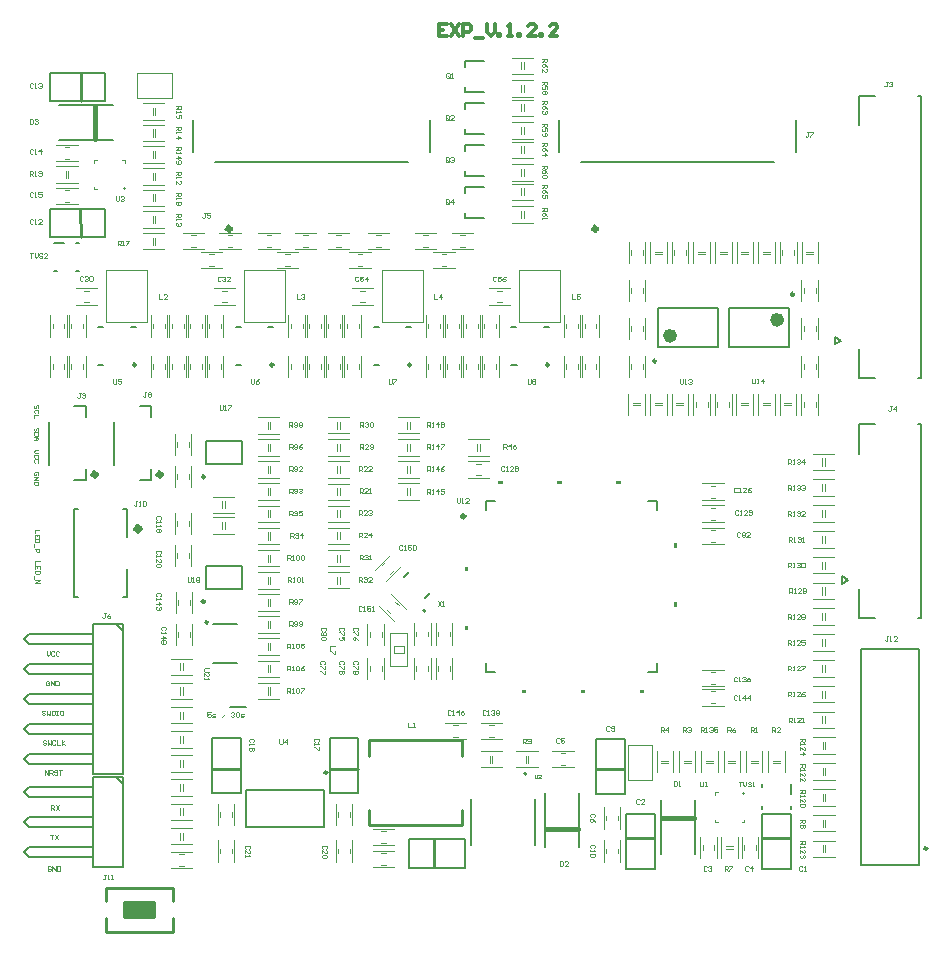
<source format=gbr>
G04*
G04 #@! TF.GenerationSoftware,Altium Limited,Altium Designer,24.1.2 (44)*
G04*
G04 Layer_Color=65535*
%FSLAX44Y44*%
%MOMM*%
G71*
G04*
G04 #@! TF.SameCoordinates,0167BC31-9F51-4C88-88AF-6E24005CD23D*
G04*
G04*
G04 #@! TF.FilePolarity,Positive*
G04*
G01*
G75*
%ADD10C,0.2000*%
%ADD11C,0.2540*%
%ADD12C,0.3810*%
%ADD13C,0.3048*%
%ADD14C,0.5080*%
%ADD15C,0.2500*%
%ADD16C,0.6000*%
%ADD17C,0.1250*%
%ADD18C,0.1270*%
%ADD19C,0.1000*%
%ADD20C,0.1524*%
%ADD21C,0.3000*%
%ADD22C,0.1200*%
%ADD23R,2.5400X1.2700*%
G36*
X441905Y247378D02*
X438095D01*
Y244838D01*
X441905D01*
Y247378D01*
D02*
G37*
G36*
X392878Y301405D02*
X390338D01*
Y297595D01*
X392878D01*
Y301405D01*
D02*
G37*
G36*
Y351405D02*
X390338D01*
Y347595D01*
X392878D01*
Y351405D01*
D02*
G37*
G36*
X421905Y421622D02*
X418095D01*
Y424162D01*
X421905D01*
Y421622D01*
D02*
G37*
G36*
X471905D02*
X468095D01*
Y424162D01*
X471905D01*
Y421622D01*
D02*
G37*
G36*
X491905Y247378D02*
X488095D01*
Y244838D01*
X491905D01*
Y247378D01*
D02*
G37*
G36*
X541905D02*
X538095D01*
Y244838D01*
X541905D01*
Y247378D01*
D02*
G37*
G36*
X567122Y321405D02*
X569662D01*
Y317595D01*
X567122D01*
Y321405D01*
D02*
G37*
G36*
Y371405D02*
X569662D01*
Y367595D01*
X567122D01*
Y371405D01*
D02*
G37*
G36*
X521905Y421622D02*
X518095D01*
Y424162D01*
X521905D01*
Y421622D01*
D02*
G37*
D10*
X442175Y176278D02*
G03*
X442175Y176278I-1000J0D01*
G01*
X356453Y314021D02*
G03*
X356453Y314021I-1000J0D01*
G01*
X390084Y779318D02*
X406334D01*
X390084Y753318D02*
X406334D01*
X390084D02*
Y757818D01*
Y774818D02*
Y779318D01*
Y743758D02*
X406334D01*
X390084Y717758D02*
X406334D01*
X390084D02*
Y722258D01*
Y739258D02*
Y743758D01*
Y708198D02*
X406334D01*
X390084Y682198D02*
X406334D01*
X390084D02*
Y686698D01*
Y703698D02*
Y708198D01*
Y672638D02*
X406334D01*
X390084Y646638D02*
X406334D01*
X390084D02*
Y651138D01*
Y668138D02*
Y672638D01*
X725250Y98550D02*
X774750D01*
X725250Y281450D02*
X774750D01*
X725250Y98550D02*
Y281450D01*
X774750Y98550D02*
Y281450D01*
X584905Y108107D02*
Y153807D01*
X555605Y108107D02*
Y153807D01*
X457509Y114256D02*
Y159956D01*
X486809Y114256D02*
Y159956D01*
X46488Y712803D02*
X92188D01*
X46488Y742103D02*
X92188D01*
X665636Y159237D02*
Y167737D01*
Y146737D02*
Y149237D01*
X641636Y146737D02*
Y149237D01*
Y165237D02*
Y167737D01*
X42378Y625497D02*
X50878D01*
X60878D02*
X63378D01*
X60878Y601497D02*
X63378D01*
X42378D02*
X44878D01*
X201556Y438524D02*
Y457524D01*
X170556Y438524D02*
Y457524D01*
X201556D01*
X170556Y438524D02*
X201556D01*
Y332999D02*
Y351999D01*
X170556Y332999D02*
Y351999D01*
X201556D01*
X170556Y332999D02*
X201556D01*
X604620Y537065D02*
Y570565D01*
X553620Y537065D02*
Y570565D01*
X604620D01*
X553620Y537065D02*
X604620D01*
X613310Y537065D02*
Y570565D01*
X664310Y537065D02*
Y570565D01*
X613310Y537065D02*
X664310D01*
X613310Y570565D02*
X664310D01*
X204828Y162432D02*
X270828D01*
X204828Y131432D02*
X270828D01*
Y162432D01*
X204828Y131432D02*
Y162432D01*
X16496Y160528D02*
X20729Y156295D01*
X16496Y135128D02*
X20729Y139361D01*
X16496Y135128D02*
X20729Y130895D01*
X16496Y160528D02*
X20729Y164761D01*
X95659Y172805D02*
X99893Y168571D01*
X100316Y97028D02*
Y173228D01*
X74916D02*
X100316D01*
X74916Y97028D02*
X100316D01*
X74916D02*
Y173228D01*
X20729Y164761D02*
X74662D01*
X20729Y156295D02*
X74916D01*
X20729Y139361D02*
X74662D01*
X20729Y130895D02*
X74662D01*
X16496Y109728D02*
X20729Y105495D01*
X16496Y109728D02*
X20729Y113961D01*
X74662D01*
X20729Y105495D02*
X74916D01*
X16496Y290116D02*
X20729Y285883D01*
X16496Y264716D02*
X20729Y268949D01*
X16496Y264716D02*
X20729Y260483D01*
X16496Y290116D02*
X20729Y294349D01*
X95659Y302393D02*
X99893Y298159D01*
X100316Y175816D02*
Y302816D01*
X74916D02*
X100316D01*
X74916Y175816D02*
X100316D01*
X74916D02*
Y302816D01*
X20729Y294349D02*
X74662D01*
X20729Y285883D02*
X74916D01*
X20729Y268949D02*
X74662D01*
X20729Y260483D02*
X74662D01*
X16496Y239316D02*
X20729Y235083D01*
X16496Y213916D02*
X20729Y218149D01*
X16496Y213916D02*
X20729Y209683D01*
X16496Y239316D02*
X20729Y243549D01*
X74662D01*
X20729Y235083D02*
X74916D01*
X20729Y218149D02*
X74662D01*
X20729Y209683D02*
X74662D01*
X16496Y188516D02*
X20729Y184283D01*
X16496Y188516D02*
X20729Y192749D01*
X74662D01*
X20729Y184283D02*
X74916D01*
D11*
X781392Y112993D02*
G03*
X781392Y112993I-1270J0D01*
G01*
X172386Y304475D02*
G03*
X172386Y304475I-1055J0D01*
G01*
X111268Y522356D02*
G03*
X111268Y522356I-1256J0D01*
G01*
X227836D02*
G03*
X227836Y522356I-1256J0D01*
G01*
X344405D02*
G03*
X344405Y522356I-1256J0D01*
G01*
X460973D02*
G03*
X460973Y522356I-1256J0D01*
G01*
X641954Y121564D02*
X665067Y121613D01*
X527125Y121564D02*
X550239Y121613D01*
X363705Y120007D02*
X363754Y96894D01*
X501767Y180006D02*
X524881Y180055D01*
X64450Y654130D02*
X64499Y631016D01*
X64767Y769230D02*
X64816Y746116D01*
X276184Y180241D02*
X299298Y180290D01*
X176362Y180241D02*
X199476Y180290D01*
X625714Y159937D02*
Y159970D01*
X100919Y671749D02*
X100951D01*
X308910Y191536D02*
Y204703D01*
X387445D01*
Y191536D02*
Y204703D01*
X387216Y132903D02*
Y145816D01*
X308910Y132903D02*
X387216D01*
X308910D02*
Y145816D01*
X142494Y42418D02*
Y53848D01*
Y68072D02*
Y79502D01*
X101600Y54610D02*
Y67310D01*
Y54610D02*
X127000D01*
Y67310D01*
X101600D02*
X127000D01*
X86106Y79502D02*
X142494D01*
X86106Y42418D02*
X142494D01*
X86106D02*
Y53848D01*
Y68072D02*
Y79502D01*
D12*
X133298Y429510D02*
G03*
X133298Y429510I-1778J0D01*
G01*
X78028D02*
G03*
X78028Y429510I-1778J0D01*
G01*
X191778Y637500D02*
G03*
X191778Y637500I-1778J0D01*
G01*
X501778D02*
G03*
X501778Y637500I-1778J0D01*
G01*
X556824Y138653D02*
X583740Y138738D01*
X458674Y129326D02*
X485591Y129410D01*
X77034Y740884D02*
X77118Y713968D01*
D13*
X390084Y394190D02*
G03*
X390084Y394190I-1524J0D01*
G01*
D14*
X114808Y383540D02*
G03*
X114808Y383540I-1778J0D01*
G01*
D15*
X169806Y427524D02*
G03*
X169806Y427524I-1250J0D01*
G01*
Y321999D02*
G03*
X169806Y321999I-1250J0D01*
G01*
X551820Y525565D02*
G03*
X551820Y525565I-1250J0D01*
G01*
X668610Y582065D02*
G03*
X668610Y582065I-1250J0D01*
G01*
X273478Y177182D02*
G03*
X273478Y177182I-1250J0D01*
G01*
D16*
X566620Y547065D02*
G03*
X566620Y547065I-3000J0D01*
G01*
X657310Y560565D02*
G03*
X657310Y560565I-3000J0D01*
G01*
D17*
X591000Y370645D02*
X609000D01*
X591000Y384645D02*
X609000D01*
X598000Y382645D02*
X602000D01*
X598000Y372645D02*
X602000D01*
X591169Y111703D02*
Y115703D01*
X601169Y111703D02*
Y115703D01*
X603168Y104703D02*
Y122703D01*
X589169Y104703D02*
Y122703D01*
X626487Y111703D02*
Y115703D01*
X636487Y111703D02*
Y115703D01*
X638487Y104703D02*
Y122703D01*
X624487Y104703D02*
Y122703D01*
X470925Y183458D02*
X474925D01*
X470925Y193458D02*
X474925D01*
X463925Y195458D02*
X481925D01*
X463925Y181458D02*
X481925D01*
X509452Y136653D02*
Y140653D01*
X519452Y136653D02*
Y140653D01*
X521452Y129653D02*
Y147653D01*
X507452Y129653D02*
Y147653D01*
X319215Y127500D02*
X323215D01*
X319215Y117500D02*
X323215D01*
X312215Y115500D02*
X330215D01*
X312215Y129500D02*
X330215D01*
X509452Y108742D02*
Y112742D01*
X519452Y108742D02*
Y112742D01*
X521452Y101742D02*
Y119742D01*
X507452Y101742D02*
Y119742D01*
X318888Y99117D02*
X322888D01*
X318888Y109117D02*
X322888D01*
X311888Y111117D02*
X329888D01*
X311888Y97117D02*
X329888D01*
X51086Y706802D02*
X55086D01*
X51086Y696802D02*
X55086D01*
X44086Y694802D02*
X62086D01*
X44086Y708802D02*
X62086D01*
X50954Y670194D02*
X54954D01*
X50954Y660194D02*
X54954D01*
X43954Y658194D02*
X61954D01*
X43954Y672194D02*
X61954D01*
X282614Y139856D02*
Y143856D01*
X292614Y139856D02*
Y143856D01*
X294614Y132856D02*
Y150856D01*
X280614Y132856D02*
Y150856D01*
X182792Y139856D02*
Y143856D01*
X192792Y139856D02*
Y143856D01*
X194792Y132856D02*
Y150856D01*
X180792Y132856D02*
Y150856D01*
X282614Y108742D02*
Y112742D01*
X292614Y108742D02*
Y112742D01*
X294614Y101742D02*
Y119742D01*
X280614Y101742D02*
Y119742D01*
X182792Y108742D02*
Y112742D01*
X192792Y108742D02*
Y112742D01*
X194792Y101742D02*
Y119742D01*
X180792Y101742D02*
Y119742D01*
X50778Y553335D02*
Y557335D01*
X40778Y553335D02*
Y557335D01*
X38778Y546335D02*
Y564335D01*
X52778Y546335D02*
Y564335D01*
X151691Y553335D02*
Y557335D01*
X141691Y553335D02*
Y557335D01*
X139691Y546335D02*
Y564335D01*
X153691Y546335D02*
Y564335D01*
X66780Y553335D02*
Y557335D01*
X56780Y553335D02*
Y557335D01*
X54780Y546335D02*
Y564335D01*
X68780Y546335D02*
Y564335D01*
X135863Y553335D02*
Y557335D01*
X125863Y553335D02*
Y557335D01*
X123862Y546335D02*
Y564335D01*
X137863Y546335D02*
Y564335D01*
X167520Y553335D02*
Y557335D01*
X157520Y553335D02*
Y557335D01*
X155520Y546335D02*
Y564335D01*
X169520Y546335D02*
Y564335D01*
X268260Y553335D02*
Y557335D01*
X258260Y553335D02*
Y557335D01*
X256260Y546335D02*
Y564335D01*
X270260Y546335D02*
Y564335D01*
X183349Y553335D02*
Y557335D01*
X173349Y553335D02*
Y557335D01*
X171349Y546335D02*
Y564335D01*
X185349Y546335D02*
Y564335D01*
X252431Y553335D02*
Y557335D01*
X242431Y553335D02*
Y557335D01*
X240431Y546335D02*
Y564335D01*
X254431Y546335D02*
Y564335D01*
X67796Y585255D02*
X71796D01*
X67796Y575255D02*
X71796D01*
X60796Y573255D02*
X78796D01*
X60796Y587255D02*
X78796D01*
X158012Y632122D02*
X162012D01*
X158012Y622122D02*
X162012D01*
X151012Y620122D02*
X169012D01*
X151012Y634122D02*
X169012D01*
X184365Y585255D02*
X188365D01*
X184365Y575255D02*
X188365D01*
X177365Y573255D02*
X195365D01*
X177365Y587255D02*
X195365D01*
X222153Y632122D02*
X226153D01*
X222153Y622122D02*
X226153D01*
X215153Y620122D02*
X233153D01*
X215153Y634122D02*
X233153D01*
X237653Y606124D02*
X241653D01*
X237653Y616124D02*
X241653D01*
X230653Y618124D02*
X248653D01*
X230653Y604124D02*
X248653D01*
X173512Y606124D02*
X177512D01*
X173512Y616124D02*
X177512D01*
X166512Y618124D02*
X184512D01*
X166512Y604124D02*
X184512D01*
X56780Y519152D02*
Y523153D01*
X66780Y519152D02*
Y523153D01*
X68780Y512152D02*
Y530153D01*
X54780Y512152D02*
Y530153D01*
X173349Y519152D02*
Y523153D01*
X183349Y519152D02*
Y523153D01*
X185349Y512152D02*
Y530153D01*
X171349Y512152D02*
Y530153D01*
X50778Y519152D02*
Y523153D01*
X40778Y519152D02*
Y523153D01*
X38778Y512152D02*
Y530153D01*
X52778Y512152D02*
Y530153D01*
X167520Y519152D02*
Y523153D01*
X157520Y519152D02*
Y523153D01*
X155520Y512152D02*
Y530153D01*
X169520Y512152D02*
Y530153D01*
X141691Y519152D02*
Y523153D01*
X151691Y519152D02*
Y523153D01*
X153691Y512152D02*
Y530153D01*
X139691Y512152D02*
Y530153D01*
X258260Y519152D02*
Y523153D01*
X268260Y519152D02*
Y523153D01*
X270260Y512152D02*
Y530153D01*
X256260Y512152D02*
Y530153D01*
X189012Y622122D02*
X193012D01*
X189012Y632122D02*
X193012D01*
X182012Y634122D02*
X200012D01*
X182012Y620122D02*
X200012D01*
X253153Y622122D02*
X257153D01*
X253153Y632122D02*
X257153D01*
X246153Y634122D02*
X264153D01*
X246153Y620122D02*
X264153D01*
X125863Y519152D02*
Y523153D01*
X135863Y519152D02*
Y523153D01*
X137863Y512152D02*
Y530153D01*
X123862Y512152D02*
Y530153D01*
X242431Y519152D02*
Y523153D01*
X252431Y519152D02*
Y523153D01*
X254431Y512152D02*
Y530153D01*
X240431Y512152D02*
Y530153D01*
X284088Y553335D02*
Y557335D01*
X274088Y553335D02*
Y557335D01*
X272089Y546335D02*
Y564335D01*
X286089Y546335D02*
Y564335D01*
X384828Y553335D02*
Y557335D01*
X374828Y553335D02*
Y557335D01*
X372828Y546335D02*
Y564335D01*
X386828Y546335D02*
Y564335D01*
X299917Y553335D02*
Y557335D01*
X289917Y553335D02*
Y557335D01*
X287917Y546335D02*
Y564335D01*
X301917Y546335D02*
Y564335D01*
X368999Y553335D02*
Y557335D01*
X358999Y553335D02*
Y557335D01*
X357000Y546335D02*
Y564335D01*
X370999Y546335D02*
Y564335D01*
X400657Y553335D02*
Y557335D01*
X390657Y553335D02*
Y557335D01*
X388657Y546335D02*
Y564335D01*
X402657Y546335D02*
Y564335D01*
X501316Y553335D02*
Y557335D01*
X491316Y553335D02*
Y557335D01*
X489316Y546335D02*
Y564335D01*
X503316Y546335D02*
Y564335D01*
X416486Y553335D02*
Y557335D01*
X406486Y553335D02*
Y557335D01*
X404486Y546335D02*
Y564335D01*
X418486Y546335D02*
Y564335D01*
X485568Y553335D02*
Y557335D01*
X475568Y553335D02*
Y557335D01*
X473568Y546335D02*
Y564335D01*
X487568Y546335D02*
Y564335D01*
X300933Y585255D02*
X304933D01*
X300933Y575255D02*
X304933D01*
X293933Y573255D02*
X311933D01*
X293933Y587255D02*
X311933D01*
X281058Y622122D02*
X285058D01*
X281058Y632122D02*
X285058D01*
X274058Y634122D02*
X292058D01*
X274058Y620122D02*
X292058D01*
X417502Y585255D02*
X421502D01*
X417502Y575255D02*
X421502D01*
X410502Y573255D02*
X428502D01*
X410502Y587255D02*
X428502D01*
X354717Y632122D02*
X358717D01*
X354717Y622122D02*
X358717D01*
X347717Y620122D02*
X365717D01*
X347717Y634122D02*
X365717D01*
X299109Y606124D02*
X303109D01*
X299109Y616124D02*
X303109D01*
X292109Y618124D02*
X310109D01*
X292109Y604124D02*
X310109D01*
X370217Y606124D02*
X374217D01*
X370217Y616124D02*
X374217D01*
X363217Y618124D02*
X381217D01*
X363217Y604124D02*
X381217D01*
X289917Y519152D02*
Y523153D01*
X299917Y519152D02*
Y523153D01*
X301917Y512152D02*
Y530153D01*
X287917Y512152D02*
Y530153D01*
X406486Y519152D02*
Y523153D01*
X416486Y519152D02*
Y523153D01*
X418486Y512152D02*
Y530153D01*
X404486Y512152D02*
Y530153D01*
X284088Y519152D02*
Y523153D01*
X274088Y519152D02*
Y523153D01*
X272089Y512152D02*
Y530153D01*
X286089Y512152D02*
Y530153D01*
X400657Y519152D02*
Y523153D01*
X390657Y519152D02*
Y523153D01*
X388657Y512152D02*
Y530153D01*
X402657Y512152D02*
Y530153D01*
X491316Y519152D02*
Y523153D01*
X501316Y519152D02*
Y523153D01*
X503316Y512152D02*
Y530153D01*
X489316Y512152D02*
Y530153D01*
X374828Y519152D02*
Y523153D01*
X384828Y519152D02*
Y523153D01*
X386828Y512152D02*
Y530153D01*
X372828Y512152D02*
Y530153D01*
X314609Y622122D02*
X318609D01*
X314609Y632122D02*
X318609D01*
X307609Y634122D02*
X325609D01*
X307609Y620122D02*
X325609D01*
X385717Y622122D02*
X389717D01*
X385717Y632122D02*
X389717D01*
X378717Y634122D02*
X396717D01*
X378717Y620122D02*
X396717D01*
X358999Y519152D02*
Y523153D01*
X368999Y519152D02*
Y523153D01*
X370999Y512152D02*
Y530153D01*
X357000Y512152D02*
Y530153D01*
X475568Y519152D02*
Y523153D01*
X485568Y519152D02*
Y523153D01*
X487568Y512152D02*
Y530153D01*
X473568Y512152D02*
Y530153D01*
X540544Y583153D02*
Y587152D01*
X530544Y583153D02*
Y587152D01*
X528544Y576152D02*
Y594152D01*
X542544Y576152D02*
Y594152D01*
X530544Y551085D02*
Y555085D01*
X540544Y551085D02*
Y555085D01*
X542544Y544085D02*
Y562085D01*
X528544Y544085D02*
Y562085D01*
X540544Y615220D02*
Y619220D01*
X530544Y615220D02*
Y619220D01*
X528544Y608220D02*
Y626220D01*
X542544Y608220D02*
Y626220D01*
X530544Y519017D02*
Y523018D01*
X540544Y519017D02*
Y523018D01*
X542544Y512018D02*
Y530018D01*
X528544Y512018D02*
Y530018D01*
X585412Y486950D02*
Y490950D01*
X595412Y486950D02*
Y490950D01*
X597412Y479950D02*
Y497950D01*
X583412Y479950D02*
Y497950D01*
X577185Y615220D02*
Y619220D01*
X567185Y615220D02*
Y619220D01*
X565185Y608220D02*
Y626220D01*
X579185Y608220D02*
Y626220D01*
X686860Y551085D02*
Y555085D01*
X676860Y551085D02*
Y555085D01*
X674859Y544085D02*
Y562085D01*
X688859Y544085D02*
Y562085D01*
X676860Y519017D02*
Y523018D01*
X686860Y519017D02*
Y523018D01*
X688860Y512018D02*
Y530018D01*
X674859Y512018D02*
Y530018D01*
X686860Y583153D02*
Y587152D01*
X676860Y583153D02*
Y587152D01*
X674859Y576152D02*
Y594152D01*
X688859Y576152D02*
Y594152D01*
X676860Y486950D02*
Y490950D01*
X686860Y486950D02*
Y490950D01*
X688860Y479950D02*
Y497950D01*
X674859Y479950D02*
Y497950D01*
X603702Y486950D02*
Y490950D01*
X613702Y486950D02*
Y490950D01*
X615702Y479950D02*
Y497950D01*
X601702Y479950D02*
Y497950D01*
X668789Y615220D02*
Y619220D01*
X658789Y615220D02*
Y619220D01*
X656789Y608220D02*
Y626220D01*
X670789Y608220D02*
Y626220D01*
X146311Y453180D02*
Y457180D01*
X156311Y453180D02*
Y457180D01*
X158311Y446180D02*
Y464180D01*
X144311Y446180D02*
Y464180D01*
X146311Y386243D02*
Y390243D01*
X156311Y386243D02*
Y390243D01*
X158311Y379243D02*
Y397243D01*
X144311Y379243D02*
Y397243D01*
X146311Y425711D02*
Y429711D01*
X156311Y425711D02*
Y429711D01*
X158311Y418711D02*
Y436711D01*
X144311Y418711D02*
Y436711D01*
X146311Y358774D02*
Y362774D01*
X156311Y358774D02*
Y362774D01*
X158311Y351774D02*
Y369774D01*
X144311Y351774D02*
Y369774D01*
X598000Y410000D02*
X602000D01*
X598000Y420000D02*
X602000D01*
X591000Y422000D02*
X609000D01*
X591000Y408000D02*
X609000D01*
X399326Y428755D02*
X403326D01*
X399326Y438755D02*
X403326D01*
X392326Y440755D02*
X410326D01*
X392326Y426755D02*
X410326D01*
X598000Y401322D02*
X602000D01*
X598000Y391322D02*
X602000D01*
X591000Y389322D02*
X609000D01*
X591000Y403322D02*
X609000D01*
X598000Y252048D02*
X602000D01*
X598000Y262048D02*
X602000D01*
X591000Y264048D02*
X609000D01*
X591000Y250048D02*
X609000D01*
X410235Y217500D02*
X414235D01*
X410235Y207500D02*
X414235D01*
X403235Y205500D02*
X421235D01*
X403235Y219500D02*
X421235D01*
X146943Y319305D02*
Y323305D01*
X156943Y319305D02*
Y323305D01*
X158943Y312305D02*
Y330305D01*
X144943Y312305D02*
Y330305D01*
X598000Y245842D02*
X602000D01*
X598000Y235842D02*
X602000D01*
X591000Y233842D02*
X609000D01*
X591000Y247842D02*
X609000D01*
X380243Y217500D02*
X384243D01*
X380243Y207500D02*
X384243D01*
X373243Y205500D02*
X391243D01*
X373243Y219500D02*
X391243D01*
X146943Y291836D02*
Y295837D01*
X156943Y291836D02*
Y295837D01*
X158943Y284837D02*
Y302836D01*
X144943Y284837D02*
Y302836D01*
X147860Y107992D02*
X151860D01*
X147860Y97992D02*
X151860D01*
X140860Y95992D02*
X158860D01*
X140860Y109992D02*
X158860D01*
X326849Y345462D02*
X329677Y348291D01*
X319778Y352533D02*
X322606Y355362D01*
X313414Y348998D02*
X326142Y361726D01*
X323313Y339099D02*
X336041Y351826D01*
X330937Y321967D02*
X333765Y319138D01*
X323866Y314895D02*
X326694Y312067D01*
X317502Y318431D02*
X330230Y305703D01*
X327402Y328331D02*
X340129Y315603D01*
X348822Y292500D02*
Y296500D01*
X358822Y292500D02*
Y296500D01*
X360822Y285500D02*
Y303500D01*
X346822Y285500D02*
Y303500D01*
X367364Y292500D02*
Y296500D01*
X377364Y292500D02*
Y296500D01*
X379364Y285500D02*
Y303500D01*
X365364Y285500D02*
Y303500D01*
X319452Y263424D02*
Y267424D01*
X309452Y263424D02*
Y267424D01*
X307452Y256424D02*
Y274424D01*
X321452Y256424D02*
Y274424D01*
X348822Y263424D02*
Y267424D01*
X358822Y263424D02*
Y267424D01*
X360822Y256424D02*
Y274424D01*
X346822Y256424D02*
Y274424D01*
X367110Y263424D02*
Y267424D01*
X377110Y263424D02*
Y267424D01*
X379110Y256424D02*
Y274424D01*
X365110Y256424D02*
Y274424D01*
X319452Y291872D02*
Y295872D01*
X309452Y291872D02*
Y295872D01*
X307452Y284872D02*
Y302872D01*
X321452Y284872D02*
Y302872D01*
D18*
X395201Y116020D02*
Y155020D01*
X449303Y116020D02*
Y155020D01*
X773500Y750100D02*
X776000D01*
X773500Y511100D02*
X776000D01*
X703580Y539720D02*
X708580Y542720D01*
X703580Y545720D02*
X708580Y542720D01*
X703580Y539720D02*
Y545720D01*
X724000Y750100D02*
X737000D01*
X724000Y511100D02*
X737000D01*
X776000D02*
Y750100D01*
X724000Y511100D02*
Y535900D01*
Y725300D02*
Y750100D01*
X356244Y325152D02*
X360486Y329394D01*
X338566Y342829D02*
X342809Y347072D01*
X178000Y694000D02*
X342000D01*
X159500Y703000D02*
Y729500D01*
X360500Y703000D02*
Y729500D01*
X488000Y694000D02*
X652000D01*
X469500Y703000D02*
Y729500D01*
X670500Y703000D02*
Y729500D01*
X724000Y447200D02*
Y472000D01*
Y308000D02*
Y332800D01*
X776000Y308000D02*
Y472000D01*
X724000Y308000D02*
X737000D01*
X724000Y472000D02*
X737000D01*
X709330Y337220D02*
Y343220D01*
X714330Y340220D01*
X709330Y337220D02*
X714330Y340220D01*
X773500Y308000D02*
X776000D01*
X773500Y472000D02*
X776000D01*
X190736Y232587D02*
X204515D01*
D19*
X86412Y558425D02*
X120956D01*
X86412Y602329D02*
X120956D01*
Y558425D02*
Y602329D01*
X86412Y558425D02*
Y602329D01*
X202981Y558425D02*
X237525D01*
X202981Y602329D02*
X237525D01*
Y558425D02*
Y602329D01*
X202981Y558425D02*
Y602329D01*
X319550Y558425D02*
X354094D01*
X319550Y602329D02*
X354094D01*
Y558425D02*
Y602329D01*
X319550Y558425D02*
Y602329D01*
X436118Y558425D02*
X470662D01*
X436118Y602329D02*
X470662D01*
Y558425D02*
Y602329D01*
X436118Y558425D02*
Y602329D01*
X631762Y187341D02*
X637762D01*
X631762Y185341D02*
X637762D01*
X641762Y177341D02*
Y195341D01*
X627762Y177341D02*
Y195341D01*
X650636Y185341D02*
X656636D01*
X650636Y187341D02*
X656636D01*
X646636Y177341D02*
Y195341D01*
X660636Y177341D02*
Y195341D01*
X575141Y185341D02*
X581141D01*
X575141Y187341D02*
X581141D01*
X571141Y177341D02*
Y195341D01*
X585141Y177341D02*
Y195341D01*
X556267Y187341D02*
X562267D01*
X556267Y185341D02*
X562267D01*
X566267Y177341D02*
Y195341D01*
X552267Y177341D02*
Y195341D01*
X612888Y187341D02*
X618888D01*
X612888Y185341D02*
X618888D01*
X622888Y177341D02*
Y195341D01*
X608888Y177341D02*
Y195341D01*
X610953Y112703D02*
X616953D01*
X610953Y114703D02*
X616953D01*
X606953Y104703D02*
Y122703D01*
X620953Y104703D02*
Y122703D01*
X695000Y131342D02*
Y137343D01*
X693000Y131342D02*
Y137343D01*
X685000Y127343D02*
X703000D01*
X685000Y141342D02*
X703000D01*
X441580Y185458D02*
Y191458D01*
X443580Y185458D02*
Y191458D01*
X433580Y195458D02*
X451580D01*
X433580Y181458D02*
X451580D01*
X411235Y185458D02*
Y191458D01*
X413235Y185458D02*
Y191458D01*
X403235Y195458D02*
X421235D01*
X403235Y181458D02*
X421235D01*
X125476Y679041D02*
Y685041D01*
X127476Y679041D02*
Y685041D01*
X117476Y689041D02*
X135476D01*
X117476Y675041D02*
X135476D01*
X125476Y642433D02*
Y648433D01*
X127476Y642433D02*
Y648433D01*
X117476Y652433D02*
X135476D01*
X117476Y638433D02*
X135476D01*
X125476Y715649D02*
Y721649D01*
X127476Y715649D02*
Y721649D01*
X117476Y725649D02*
X135476D01*
X117476Y711649D02*
X135476D01*
X127476Y733953D02*
Y739953D01*
X125476Y733953D02*
Y739953D01*
X117476Y729953D02*
X135476D01*
X117476Y743953D02*
X135476D01*
X127476Y624129D02*
Y630130D01*
X125476Y624129D02*
Y630130D01*
X117476Y620130D02*
X135476D01*
X117476Y634129D02*
X135476D01*
X127476Y660737D02*
Y666737D01*
X125476Y660737D02*
Y666737D01*
X117476Y656737D02*
X135476D01*
X117476Y670737D02*
X135476D01*
X51954Y680373D02*
Y686373D01*
X53954Y680373D02*
Y686373D01*
X43954Y690373D02*
X61954D01*
X43954Y676373D02*
X61954D01*
X282030Y411875D02*
Y417875D01*
X284030Y411875D02*
Y417875D01*
X274030Y421875D02*
X292030D01*
X274030Y407875D02*
X292030D01*
X282030Y430755D02*
Y436755D01*
X284030Y430755D02*
Y436755D01*
X274030Y440755D02*
X292030D01*
X274030Y426755D02*
X292030D01*
X282030Y393265D02*
Y399265D01*
X284030Y393265D02*
Y399265D01*
X274030Y403265D02*
X292030D01*
X274030Y389265D02*
X292030D01*
X282030Y374520D02*
Y380520D01*
X284030Y374520D02*
Y380520D01*
X274030Y384520D02*
X292030D01*
X274030Y370520D02*
X292030D01*
X282030Y449500D02*
Y455500D01*
X284030Y449500D02*
Y455500D01*
X274030Y459500D02*
X292030D01*
X274030Y445500D02*
X292030D01*
X282030Y355775D02*
Y361775D01*
X284030Y355775D02*
Y361775D01*
X274030Y365775D02*
X292030D01*
X274030Y351775D02*
X292030D01*
X282030Y337030D02*
Y343030D01*
X284030Y337030D02*
Y343030D01*
X274030Y347030D02*
X292030D01*
X274030Y333030D02*
X292030D01*
X400500Y449500D02*
Y455500D01*
X402500Y449500D02*
Y455500D01*
X392500Y459500D02*
X410500D01*
X392500Y445500D02*
X410500D01*
X437674Y753564D02*
Y759564D01*
X439674Y753564D02*
Y759564D01*
X429674Y763564D02*
X447674D01*
X429674Y749564D02*
X447674D01*
X437674Y718004D02*
Y724004D01*
X439674Y718004D02*
Y724004D01*
X429674Y728004D02*
X447674D01*
X429674Y714004D02*
X447674D01*
X437674Y682444D02*
Y688444D01*
X439674Y682444D02*
Y688444D01*
X429674Y692444D02*
X447674D01*
X429674Y678444D02*
X447674D01*
X437674Y646884D02*
Y652884D01*
X439674Y646884D02*
Y652884D01*
X429674Y656884D02*
X447674D01*
X429674Y642884D02*
X447674D01*
X437674Y772564D02*
Y778564D01*
X439674Y772564D02*
Y778564D01*
X429674Y782564D02*
X447674D01*
X429674Y768564D02*
X447674D01*
X437674Y737004D02*
Y743004D01*
X439674Y737004D02*
Y743004D01*
X429674Y747004D02*
X447674D01*
X429674Y733004D02*
X447674D01*
X437674Y701444D02*
Y707444D01*
X439674Y701444D02*
Y707444D01*
X429674Y711444D02*
X447674D01*
X429674Y697444D02*
X447674D01*
X437674Y665884D02*
Y671884D01*
X439674Y665884D02*
Y671884D01*
X429674Y675884D02*
X447674D01*
X429674Y661884D02*
X447674D01*
X532419Y487950D02*
X538419D01*
X532419Y489950D02*
X538419D01*
X528419Y479950D02*
Y497950D01*
X542419Y479950D02*
Y497950D01*
X550740Y618220D02*
X556740D01*
X550740Y616220D02*
X556740D01*
X560740Y608220D02*
Y626220D01*
X546740Y608220D02*
Y626220D01*
X568998Y489950D02*
X574998D01*
X568998Y487950D02*
X574998D01*
X578998Y479950D02*
Y497950D01*
X564998Y479950D02*
Y497950D01*
X605702Y616220D02*
X611702D01*
X605702Y618220D02*
X611702D01*
X601702Y608220D02*
Y626220D01*
X615702Y608220D02*
Y626220D01*
X587381Y616220D02*
X593381D01*
X587381Y618220D02*
X593381D01*
X583381Y608220D02*
Y626220D01*
X597381Y608220D02*
Y626220D01*
X550708Y489950D02*
X556708D01*
X550708Y487950D02*
X556708D01*
X560708Y479950D02*
Y497950D01*
X546708Y479950D02*
Y497950D01*
X660445Y487950D02*
X666445D01*
X660445Y489950D02*
X666445D01*
X656445Y479950D02*
Y497950D01*
X670445Y479950D02*
Y497950D01*
X678985Y618220D02*
X684985D01*
X678985Y616220D02*
X684985D01*
X688985Y608220D02*
Y626220D01*
X674985Y608220D02*
Y626220D01*
X623866Y489950D02*
X629866D01*
X623866Y487950D02*
X629866D01*
X633866Y479950D02*
Y497950D01*
X619866Y479950D02*
Y497950D01*
X642343Y616220D02*
X648343D01*
X642343Y618220D02*
X648343D01*
X638343Y608220D02*
Y626220D01*
X652343Y608220D02*
Y626220D01*
X624022Y616220D02*
X630022D01*
X624022Y618220D02*
X630022D01*
X620022Y608220D02*
Y626220D01*
X634022Y608220D02*
Y626220D01*
X642156Y489950D02*
X648156D01*
X642156Y487950D02*
X648156D01*
X652156Y479950D02*
Y497950D01*
X638156Y479950D02*
Y497950D01*
X186420Y400860D02*
Y406860D01*
X184420Y400860D02*
Y406860D01*
X176420Y396860D02*
X194420D01*
X176420Y410860D02*
X194420D01*
X186420Y383493D02*
Y389493D01*
X184420Y383493D02*
Y389493D01*
X176420Y379493D02*
X194420D01*
X176420Y393493D02*
X194420D01*
X222881Y430672D02*
Y436671D01*
X224881Y430672D02*
Y436671D01*
X214881Y440672D02*
X232881D01*
X214881Y426671D02*
X232881D01*
X222881Y411926D02*
Y417926D01*
X224881Y411926D02*
Y417926D01*
X214881Y421926D02*
X232881D01*
X214881Y407926D02*
X232881D01*
X222881Y374436D02*
Y380436D01*
X224881Y374436D02*
Y380436D01*
X214881Y384436D02*
X232881D01*
X214881Y370436D02*
X232881D01*
X222881Y393181D02*
Y399181D01*
X224881Y393181D02*
Y399181D01*
X214881Y403181D02*
X232881D01*
X214881Y389181D02*
X232881D01*
X222881Y449417D02*
Y455417D01*
X224881Y449417D02*
Y455417D01*
X214881Y459417D02*
X232881D01*
X214881Y445417D02*
X232881D01*
X222881Y318201D02*
Y324201D01*
X224881Y318201D02*
Y324201D01*
X214881Y328201D02*
X232881D01*
X214881Y314201D02*
X232881D01*
X224881Y468162D02*
Y474162D01*
X222881Y468162D02*
Y474162D01*
X214881Y464162D02*
X232881D01*
X214881Y478162D02*
X232881D01*
X222881Y299456D02*
Y305456D01*
X224881Y299456D02*
Y305456D01*
X214881Y309456D02*
X232881D01*
X214881Y295456D02*
X232881D01*
X222881Y355691D02*
Y361691D01*
X224881Y355691D02*
Y361691D01*
X214881Y365691D02*
X232881D01*
X214881Y351691D02*
X232881D01*
X224881Y336946D02*
Y342946D01*
X222881Y336946D02*
Y342946D01*
X214881Y332946D02*
X232881D01*
X214881Y346946D02*
X232881D01*
X224881Y280711D02*
Y286711D01*
X222881Y280711D02*
Y286711D01*
X214881Y276711D02*
X232881D01*
X214881Y290711D02*
X232881D01*
X224881Y261966D02*
Y267966D01*
X222881Y261966D02*
Y267966D01*
X214881Y257966D02*
X232881D01*
X214881Y271966D02*
X232881D01*
X224881Y243221D02*
Y249221D01*
X222881Y243221D02*
Y249221D01*
X214881Y239221D02*
X232881D01*
X214881Y253221D02*
X232881D01*
X150860Y243221D02*
Y249221D01*
X148860Y243221D02*
Y249221D01*
X140860Y239221D02*
X158860D01*
X140860Y253221D02*
X158860D01*
X150860Y263700D02*
Y269700D01*
X148860Y263700D02*
Y269700D01*
X140860Y259700D02*
X158860D01*
X140860Y273700D02*
X158860D01*
X150860Y120346D02*
Y126346D01*
X148860Y120346D02*
Y126346D01*
X140860Y116346D02*
X158860D01*
X140860Y130346D02*
X158860D01*
X148860Y161304D02*
Y167304D01*
X150860Y161304D02*
Y167304D01*
X140860Y171304D02*
X158860D01*
X140860Y157304D02*
X158860D01*
X148860Y140825D02*
Y146825D01*
X150860Y140825D02*
Y146825D01*
X140860Y150825D02*
X158860D01*
X140860Y136825D02*
X158860D01*
X148860Y222742D02*
Y228742D01*
X150860Y222742D02*
Y228742D01*
X140860Y232742D02*
X158860D01*
X140860Y218742D02*
X158860D01*
X148860Y202263D02*
Y208263D01*
X150860Y202263D02*
Y208263D01*
X140860Y212263D02*
X158860D01*
X140860Y198263D02*
X158860D01*
X148860Y181784D02*
Y187784D01*
X150860Y181784D02*
Y187784D01*
X140860Y191784D02*
X158860D01*
X140860Y177784D02*
X158860D01*
X594015Y185341D02*
X600015D01*
X594015Y187341D02*
X600015D01*
X590015Y177341D02*
Y195341D01*
X604015Y177341D02*
Y195341D01*
X343178Y412010D02*
Y418010D01*
X341178Y412010D02*
Y418010D01*
X333178Y408010D02*
X351178D01*
X333178Y422010D02*
X351178D01*
X343178Y430755D02*
Y436755D01*
X341178Y430755D02*
Y436755D01*
X333178Y426755D02*
X351178D01*
X333178Y440755D02*
X351178D01*
X343178Y449500D02*
Y455500D01*
X341178Y449500D02*
Y455500D01*
X333178Y445500D02*
X351178D01*
X333178Y459500D02*
X351178D01*
X343178Y468245D02*
Y474245D01*
X341178Y468245D02*
Y474245D01*
X333178Y464245D02*
X351178D01*
X333178Y478245D02*
X351178D01*
X693000Y153185D02*
Y159185D01*
X695000Y153185D02*
Y159185D01*
X685000Y163185D02*
X703000D01*
X685000Y149185D02*
X703000D01*
X694595Y218713D02*
Y224713D01*
X692595Y218713D02*
Y224713D01*
X684595Y214713D02*
X702595D01*
X684595Y228713D02*
X702595D01*
X693000Y175028D02*
Y181028D01*
X695000Y175028D02*
Y181028D01*
X685000Y185028D02*
X703000D01*
X685000Y171028D02*
X703000D01*
X695000Y109500D02*
Y115500D01*
X693000Y109500D02*
Y115500D01*
X685000Y105500D02*
X703000D01*
X685000Y119500D02*
X703000D01*
X693000Y196870D02*
Y202870D01*
X695000Y196870D02*
Y202870D01*
X685000Y206870D02*
X703000D01*
X685000Y192870D02*
X703000D01*
X694595Y284240D02*
Y290240D01*
X692595Y284240D02*
Y290240D01*
X684595Y280240D02*
X702595D01*
X684595Y294240D02*
X702595D01*
X692595Y240555D02*
Y246555D01*
X694595Y240555D02*
Y246555D01*
X684595Y250555D02*
X702595D01*
X684595Y236555D02*
X702595D01*
X692595Y262397D02*
Y268398D01*
X694595Y262397D02*
Y268398D01*
X684595Y272397D02*
X702595D01*
X684595Y258398D02*
X702595D01*
X692595Y306082D02*
Y312083D01*
X694595Y306082D02*
Y312083D01*
X684595Y316082D02*
X702595D01*
X684595Y302083D02*
X702595D01*
X692595Y327925D02*
Y333925D01*
X694595Y327925D02*
Y333925D01*
X684595Y337925D02*
X702595D01*
X684595Y323925D02*
X702595D01*
X692595Y349767D02*
Y355768D01*
X694595Y349767D02*
Y355768D01*
X684595Y359767D02*
X702595D01*
X684595Y345768D02*
X702595D01*
X692595Y371610D02*
Y377610D01*
X694595Y371610D02*
Y377610D01*
X684595Y381610D02*
X702595D01*
X684595Y367610D02*
X702595D01*
X692595Y393452D02*
Y399453D01*
X694595Y393452D02*
Y399453D01*
X684595Y403452D02*
X702595D01*
X684595Y389453D02*
X702595D01*
X692595Y415295D02*
Y421295D01*
X694595Y415295D02*
Y421295D01*
X684595Y425295D02*
X702595D01*
X684595Y411295D02*
X702595D01*
X125476Y697345D02*
Y703345D01*
X127476Y697345D02*
Y703345D01*
X117476Y707345D02*
X135476D01*
X117476Y693345D02*
X135476D01*
X282030Y468245D02*
Y474245D01*
X284030Y468245D02*
Y474245D01*
X274030Y478245D02*
X292030D01*
X274030Y464245D02*
X292030D01*
X692595Y437137D02*
Y443138D01*
X694595Y437137D02*
Y443138D01*
X684595Y447137D02*
X702595D01*
X684595Y433138D02*
X702595D01*
X601784Y158589D02*
Y160848D01*
X604065D01*
X601813Y135055D02*
X604072D01*
X601813D02*
Y137336D01*
X624285Y135020D02*
X626566D01*
Y137279D01*
X99571Y695679D02*
X101830D01*
Y693398D02*
Y695679D01*
X76037Y693391D02*
Y695650D01*
X78318D01*
X76002Y670897D02*
Y673179D01*
Y670897D02*
X78260D01*
X326803Y267201D02*
X341168D01*
X329640Y278632D02*
Y283966D01*
X338328D01*
Y278632D02*
Y283966D01*
X329640Y278632D02*
X338328D01*
X326803Y267201D02*
Y295141D01*
X341168D01*
Y289253D02*
Y295141D01*
Y267201D02*
Y289253D01*
X527816Y200685D02*
X548644D01*
X527816Y171221D02*
X548644D01*
Y200685D01*
X527816Y171221D02*
Y200685D01*
X141661Y748393D02*
Y769221D01*
X112197Y748393D02*
Y769221D01*
Y748393D02*
X141661D01*
X112197Y769221D02*
X141661D01*
D20*
X641445Y95656D02*
X665829D01*
X641445Y142392D02*
X665829D01*
X641445Y95656D02*
Y142392D01*
X665829Y95656D02*
Y142392D01*
X526617Y95656D02*
X551001D01*
X526617Y142392D02*
X551001D01*
X526617Y95656D02*
Y142392D01*
X551001Y95656D02*
Y142392D01*
X389662Y96386D02*
Y120770D01*
X342926Y96386D02*
Y120770D01*
Y96386D02*
X389662D01*
X342926Y120770D02*
X389662D01*
X501005Y205963D02*
X525389D01*
X501005Y159227D02*
X525389D01*
Y205963D01*
X501005Y159227D02*
Y205963D01*
X38542Y630254D02*
Y654638D01*
X85278Y630254D02*
Y654638D01*
X38542D02*
X85278D01*
X38542Y630254D02*
X85278D01*
X38859Y745354D02*
Y769738D01*
X85595Y745354D02*
Y769738D01*
X38859D02*
X85595D01*
X38859Y745354D02*
X85595D01*
X275422Y206198D02*
X299806D01*
X275422Y159462D02*
X299806D01*
Y206198D01*
X275422Y159462D02*
Y206198D01*
X175600D02*
X199984D01*
X175600Y159462D02*
X199984D01*
Y206198D01*
X175600Y159462D02*
Y206198D01*
X124408Y477809D02*
Y487422D01*
X114534Y424938D02*
X124408D01*
X92912Y437984D02*
Y474376D01*
X114534Y487422D02*
X124408D01*
Y424938D02*
Y434551D01*
X69138Y477809D02*
Y487422D01*
X59264Y424938D02*
X69138D01*
X37642Y437984D02*
Y474376D01*
X59264Y487422D02*
X69138D01*
Y424938D02*
Y434551D01*
X176783Y269576D02*
X196849D01*
X176783Y302596D02*
X196849D01*
X407737Y406763D02*
X415276D01*
X407737Y262237D02*
X415276D01*
X552263D02*
Y269776D01*
X544724Y406763D02*
X552263D01*
X407737Y399224D02*
Y406763D01*
Y262237D02*
Y269776D01*
X544724Y262237D02*
X552263D01*
Y399224D02*
Y406763D01*
X103505Y325755D02*
Y349579D01*
X100146Y400685D02*
X103505D01*
X59055Y325755D02*
Y400685D01*
Y325755D02*
X62504D01*
X103505Y376861D02*
Y400685D01*
X100146Y325755D02*
X103505D01*
X59055Y400685D02*
X62504D01*
X79633Y522518D02*
X83919D01*
X79494Y554184D02*
X83780D01*
X106954Y554144D02*
X111240D01*
X196202Y522518D02*
X200488D01*
X196063Y554184D02*
X200348D01*
X223523Y554144D02*
X227808D01*
X312771Y522518D02*
X317056D01*
X312631Y554184D02*
X316917D01*
X340091Y554144D02*
X344377D01*
X429339Y522518D02*
X433625D01*
X429200Y554184D02*
X433485D01*
X456660Y554144D02*
X460945D01*
D21*
X375019Y811012D02*
X368354D01*
Y801015D01*
X375019D01*
X368354Y806013D02*
X371686D01*
X378351Y811012D02*
X385015Y801015D01*
Y811012D02*
X378351Y801015D01*
X388348D02*
Y811012D01*
X393346D01*
X395012Y809345D01*
Y806013D01*
X393346Y804347D01*
X388348D01*
X398344Y799349D02*
X405009D01*
X408341Y811012D02*
Y804347D01*
X411674Y801015D01*
X415006Y804347D01*
Y811012D01*
X418338Y801015D02*
Y802681D01*
X420004D01*
Y801015D01*
X418338D01*
X426669D02*
X430001D01*
X428335D01*
Y811012D01*
X426669Y809345D01*
X434999Y801015D02*
Y802681D01*
X436665D01*
Y801015D01*
X434999D01*
X449995D02*
X443330D01*
X449995Y807679D01*
Y809345D01*
X448328Y811012D01*
X444996D01*
X443330Y809345D01*
X453327Y801015D02*
Y802681D01*
X454993D01*
Y801015D01*
X453327D01*
X468322D02*
X461657D01*
X468322Y807679D01*
Y809345D01*
X466656Y811012D01*
X463324D01*
X461657Y809345D01*
D22*
X174621Y228060D02*
X171956D01*
Y226060D01*
X173288Y226727D01*
X173955D01*
X174621Y226060D01*
Y224727D01*
X173955Y224061D01*
X172622D01*
X171956Y224727D01*
X175954Y224061D02*
X177954D01*
X178620Y224727D01*
X177954Y225394D01*
X176621D01*
X175954Y226060D01*
X176621Y226727D01*
X178620D01*
X183952Y224061D02*
X186618Y226727D01*
X191949Y227393D02*
X192616Y228060D01*
X193948D01*
X194615Y227393D01*
Y226727D01*
X193948Y226060D01*
X193282D01*
X193948D01*
X194615Y225394D01*
Y224727D01*
X193948Y224061D01*
X192616D01*
X191949Y224727D01*
X195948Y227393D02*
X196614Y228060D01*
X197947D01*
X198614Y227393D01*
Y224727D01*
X197947Y224061D01*
X196614D01*
X195948Y224727D01*
Y227393D01*
X199946Y224061D02*
X201946D01*
X202612Y224727D01*
X201946Y225394D01*
X200613D01*
X199946Y226060D01*
X200613Y226727D01*
X202612D01*
X29917Y355977D02*
X25918D01*
Y353311D01*
X29917Y349312D02*
Y351978D01*
X25918D01*
Y349312D01*
X27918Y351978D02*
Y350645D01*
X29917Y347979D02*
X25918D01*
Y345980D01*
X26585Y345313D01*
X29251D01*
X29917Y345980D01*
Y347979D01*
X25252Y343980D02*
Y341315D01*
X25918Y339982D02*
X29917D01*
X25918Y337316D01*
X29917D01*
X29734Y382694D02*
X25735D01*
Y380028D01*
X29734Y376029D02*
Y378695D01*
X25735D01*
Y376029D01*
X27735Y378695D02*
Y377362D01*
X29734Y374696D02*
X25735D01*
Y372697D01*
X26402Y372030D01*
X29067D01*
X29734Y372697D01*
Y374696D01*
X25069Y370698D02*
Y368032D01*
X25735Y366699D02*
X29734D01*
Y364700D01*
X29067Y364033D01*
X27735D01*
X27068Y364700D01*
Y366699D01*
X34193Y175231D02*
Y179230D01*
X36859Y175231D01*
Y179230D01*
X38192Y175231D02*
Y179230D01*
X40191D01*
X40858Y178563D01*
Y177231D01*
X40191Y176564D01*
X38192D01*
X39525D02*
X40858Y175231D01*
X44857Y178563D02*
X44190Y179230D01*
X42857D01*
X42191Y178563D01*
Y177897D01*
X42857Y177231D01*
X44190D01*
X44857Y176564D01*
Y175898D01*
X44190Y175231D01*
X42857D01*
X42191Y175898D01*
X46189Y179230D02*
X48855D01*
X47522D01*
Y175231D01*
X35212Y203788D02*
X34545Y204455D01*
X33212D01*
X32546Y203788D01*
Y203122D01*
X33212Y202455D01*
X34545D01*
X35212Y201789D01*
Y201122D01*
X34545Y200456D01*
X33212D01*
X32546Y201122D01*
X36545Y204455D02*
Y200456D01*
X37878Y201789D01*
X39211Y200456D01*
Y204455D01*
X43209Y203788D02*
X42543Y204455D01*
X41210D01*
X40543Y203788D01*
Y201122D01*
X41210Y200456D01*
X42543D01*
X43209Y201122D01*
X44542Y204455D02*
Y200456D01*
X47208D01*
X48541Y204455D02*
Y200456D01*
Y201789D01*
X51207Y204455D01*
X49207Y202455D01*
X51207Y200456D01*
X34590Y229013D02*
X33924Y229679D01*
X32591D01*
X31924Y229013D01*
Y228346D01*
X32591Y227680D01*
X33924D01*
X34590Y227013D01*
Y226347D01*
X33924Y225681D01*
X32591D01*
X31924Y226347D01*
X35923Y229679D02*
Y225681D01*
X37256Y227013D01*
X38589Y225681D01*
Y229679D01*
X39922D02*
Y225681D01*
X41921D01*
X42587Y226347D01*
Y229013D01*
X41921Y229679D01*
X39922D01*
X43920D02*
X45253D01*
X44587D01*
Y225681D01*
X43920D01*
X45253D01*
X49252Y229679D02*
X47919D01*
X47252Y229013D01*
Y226347D01*
X47919Y225681D01*
X49252D01*
X49918Y226347D01*
Y229013D01*
X49252Y229679D01*
X37919Y254237D02*
X37253Y254904D01*
X35920D01*
X35254Y254237D01*
Y251572D01*
X35920Y250905D01*
X37253D01*
X37919Y251572D01*
Y252904D01*
X36586D01*
X39252Y250905D02*
Y254904D01*
X41918Y250905D01*
Y254904D01*
X43251D02*
Y250905D01*
X45250D01*
X45917Y251572D01*
Y254237D01*
X45250Y254904D01*
X43251D01*
X35770Y280128D02*
Y277463D01*
X37103Y276130D01*
X38436Y277463D01*
Y280128D01*
X42434Y279462D02*
X41768Y280128D01*
X40435D01*
X39769Y279462D01*
Y276796D01*
X40435Y276130D01*
X41768D01*
X42434Y276796D01*
X46433Y279462D02*
X45767Y280128D01*
X44434D01*
X43767Y279462D01*
Y276796D01*
X44434Y276130D01*
X45767D01*
X46433Y276796D01*
X28188Y485461D02*
X28855Y486128D01*
Y487460D01*
X28188Y488127D01*
X27522D01*
X26855Y487460D01*
Y486128D01*
X26189Y485461D01*
X25522D01*
X24856Y486128D01*
Y487460D01*
X25522Y488127D01*
X28188Y481462D02*
X28855Y482129D01*
Y483462D01*
X28188Y484128D01*
X25522D01*
X24856Y483462D01*
Y482129D01*
X25522Y481462D01*
X28855Y480130D02*
X24856D01*
Y477464D01*
X28188Y428806D02*
X28855Y429473D01*
Y430805D01*
X28188Y431472D01*
X25522D01*
X24856Y430805D01*
Y429473D01*
X25522Y428806D01*
X26855D01*
Y430139D01*
X24856Y427473D02*
X28855D01*
X24856Y424807D01*
X28855D01*
Y423475D02*
X24856D01*
Y421475D01*
X25522Y420809D01*
X28188D01*
X28855Y421475D01*
Y423475D01*
X28188Y466461D02*
X28855Y467128D01*
Y468461D01*
X28188Y469127D01*
X27522D01*
X26855Y468461D01*
Y467128D01*
X26189Y466461D01*
X25522D01*
X24856Y467128D01*
Y468461D01*
X25522Y469127D01*
X28855Y465128D02*
X24856D01*
Y463129D01*
X25522Y462462D01*
X28188D01*
X28855Y463129D01*
Y465128D01*
X24856Y461130D02*
X27522D01*
X28855Y459797D01*
X27522Y458464D01*
X24856D01*
X26855D01*
Y461130D01*
X28855Y450292D02*
X26189D01*
X24856Y448959D01*
X26189Y447626D01*
X28855D01*
X28188Y443627D02*
X28855Y444294D01*
Y445627D01*
X28188Y446293D01*
X25522D01*
X24856Y445627D01*
Y444294D01*
X25522Y443627D01*
X28188Y439629D02*
X28855Y440295D01*
Y441628D01*
X28188Y442294D01*
X25522D01*
X24856Y441628D01*
Y440295D01*
X25522Y439629D01*
X39370Y97133D02*
X38703Y97800D01*
X37370D01*
X36704Y97133D01*
Y94467D01*
X37370Y93801D01*
X38703D01*
X39370Y94467D01*
Y95800D01*
X38037D01*
X40703Y93801D02*
Y97800D01*
X43369Y93801D01*
Y97800D01*
X44701D02*
Y93801D01*
X46701D01*
X47367Y94467D01*
Y97133D01*
X46701Y97800D01*
X44701D01*
X38822Y124715D02*
X41488D01*
X40155D01*
Y120716D01*
X42821Y124715D02*
X45486Y120716D01*
Y124715D02*
X42821Y120716D01*
X39578Y145845D02*
Y149843D01*
X41577D01*
X42244Y149177D01*
Y147844D01*
X41577Y147178D01*
X39578D01*
X40911D02*
X42244Y145845D01*
X43576Y149843D02*
X46242Y145845D01*
Y149843D02*
X43576Y145845D01*
X449080Y175490D02*
Y172990D01*
X449580Y172491D01*
X450580D01*
X451080Y172990D01*
Y175490D01*
X454079Y172491D02*
X452080D01*
X454079Y174490D01*
Y174990D01*
X453579Y175490D01*
X452579D01*
X452080Y174990D01*
X663555Y438342D02*
Y442341D01*
X665555D01*
X666221Y441674D01*
Y440341D01*
X665555Y439675D01*
X663555D01*
X664888D02*
X666221Y438342D01*
X667554D02*
X668887D01*
X668220D01*
Y442341D01*
X667554Y441674D01*
X670886D02*
X671553Y442341D01*
X672886D01*
X673552Y441674D01*
Y441008D01*
X672886Y440341D01*
X672219D01*
X672886D01*
X673552Y439675D01*
Y439008D01*
X672886Y438342D01*
X671553D01*
X670886Y439008D01*
X676884Y438342D02*
Y442341D01*
X674885Y440341D01*
X677551D01*
X622987Y380037D02*
X622321Y380704D01*
X620988D01*
X620322Y380037D01*
Y377371D01*
X620988Y376705D01*
X622321D01*
X622987Y377371D01*
X624320Y380037D02*
X624987Y380704D01*
X626320D01*
X626986Y380037D01*
Y379371D01*
X626320Y378704D01*
X626986Y378038D01*
Y377371D01*
X626320Y376705D01*
X624987D01*
X624320Y377371D01*
Y378038D01*
X624987Y378704D01*
X624320Y379371D01*
Y380037D01*
X624987Y378704D02*
X626320D01*
X630985Y376705D02*
X628319D01*
X630985Y379371D01*
Y380037D01*
X630318Y380704D01*
X628985D01*
X628319Y380037D01*
X271332Y297277D02*
X271998Y297943D01*
Y299276D01*
X271332Y299943D01*
X268666D01*
X267999Y299276D01*
Y297943D01*
X268666Y297277D01*
X271332Y295944D02*
X271998Y295278D01*
Y293945D01*
X271332Y293278D01*
X270665D01*
X269999Y293945D01*
X269332Y293278D01*
X268666D01*
X267999Y293945D01*
Y295278D01*
X268666Y295944D01*
X269332D01*
X269999Y295278D01*
X270665Y295944D01*
X271332D01*
X269999Y295278D02*
Y293945D01*
X271332Y291945D02*
X271998Y291279D01*
Y289946D01*
X271332Y289279D01*
X268666D01*
X267999Y289946D01*
Y291279D01*
X268666Y291945D01*
X271332D01*
X298507Y268782D02*
X299174Y269448D01*
Y270781D01*
X298507Y271448D01*
X295842D01*
X295175Y270781D01*
Y269448D01*
X295842Y268782D01*
X299174Y267449D02*
Y264783D01*
X298507D01*
X295842Y267449D01*
X295175D01*
X295842Y263450D02*
X295175Y262784D01*
Y261451D01*
X295842Y260784D01*
X298507D01*
X299174Y261451D01*
Y262784D01*
X298507Y263450D01*
X297841D01*
X297174Y262784D01*
Y260784D01*
X287050Y268782D02*
X287717Y269448D01*
Y270781D01*
X287050Y271448D01*
X284385D01*
X283718Y270781D01*
Y269448D01*
X284385Y268782D01*
X287717Y267449D02*
Y264783D01*
X287050D01*
X284385Y267449D01*
X283718D01*
X287050Y263450D02*
X287717Y262784D01*
Y261451D01*
X287050Y260784D01*
X286384D01*
X285718Y261451D01*
X285051Y260784D01*
X284385D01*
X283718Y261451D01*
Y262784D01*
X284385Y263450D01*
X285051D01*
X285718Y262784D01*
X286384Y263450D01*
X287050D01*
X285718Y262784D02*
Y261451D01*
X270867Y268782D02*
X271533Y269448D01*
Y270781D01*
X270867Y271448D01*
X268201D01*
X267535Y270781D01*
Y269448D01*
X268201Y268782D01*
X271533Y267449D02*
Y264783D01*
X270867D01*
X268201Y267449D01*
X267535D01*
X271533Y263450D02*
Y260784D01*
X270867D01*
X268201Y263450D01*
X267535D01*
X298507Y297277D02*
X299174Y297943D01*
Y299276D01*
X298507Y299943D01*
X295842D01*
X295175Y299276D01*
Y297943D01*
X295842Y297277D01*
X299174Y295944D02*
Y293278D01*
X298507D01*
X295842Y295944D01*
X295175D01*
X299174Y289279D02*
X298507Y290612D01*
X297174Y291945D01*
X295842D01*
X295175Y291279D01*
Y289946D01*
X295842Y289279D01*
X296508D01*
X297174Y289946D01*
Y291945D01*
X287050Y297277D02*
X287717Y297943D01*
Y299276D01*
X287050Y299943D01*
X284385D01*
X283718Y299276D01*
Y297943D01*
X284385Y297277D01*
X287717Y295944D02*
Y293278D01*
X287050D01*
X284385Y295944D01*
X283718D01*
X287717Y289279D02*
Y291945D01*
X285718D01*
X286384Y290612D01*
Y289946D01*
X285718Y289279D01*
X284385D01*
X283718Y289946D01*
Y291279D01*
X284385Y291945D01*
X64475Y498631D02*
X63143D01*
X63809D01*
Y495299D01*
X63143Y494632D01*
X62476D01*
X61810Y495299D01*
X65808D02*
X66475Y494632D01*
X67808D01*
X68474Y495299D01*
Y497965D01*
X67808Y498631D01*
X66475D01*
X65808Y497965D01*
Y497298D01*
X66475Y496632D01*
X68474D01*
X120157Y499305D02*
X118824D01*
X119490D01*
Y495973D01*
X118824Y495307D01*
X118157D01*
X117491Y495973D01*
X121489Y498639D02*
X122156Y499305D01*
X123489D01*
X124155Y498639D01*
Y497972D01*
X123489Y497306D01*
X124155Y496639D01*
Y495973D01*
X123489Y495307D01*
X122156D01*
X121489Y495973D01*
Y496639D01*
X122156Y497306D01*
X121489Y497972D01*
Y498639D01*
X122156Y497306D02*
X123489D01*
X301353Y469901D02*
Y473900D01*
X303353D01*
X304019Y473233D01*
Y471900D01*
X303353Y471234D01*
X301353D01*
X302686D02*
X304019Y469901D01*
X305352Y473233D02*
X306018Y473900D01*
X307351D01*
X308018Y473233D01*
Y472567D01*
X307351Y471900D01*
X306685D01*
X307351D01*
X308018Y471234D01*
Y470567D01*
X307351Y469901D01*
X306018D01*
X305352Y470567D01*
X309351Y473233D02*
X310017Y473900D01*
X311350D01*
X312016Y473233D01*
Y470567D01*
X311350Y469901D01*
X310017D01*
X309351Y470567D01*
Y473233D01*
X747842Y762055D02*
X746509D01*
X747175D01*
Y758722D01*
X746509Y758056D01*
X745843D01*
X745176Y758722D01*
X749175Y761388D02*
X749841Y762055D01*
X751174D01*
X751841Y761388D01*
Y760722D01*
X751174Y760055D01*
X750508D01*
X751174D01*
X751841Y759389D01*
Y758722D01*
X751174Y758056D01*
X749841D01*
X749175Y758722D01*
X145321Y706768D02*
X149319D01*
Y704768D01*
X148653Y704102D01*
X147320D01*
X146653Y704768D01*
Y706768D01*
Y705435D02*
X145321Y704102D01*
Y702769D02*
Y701436D01*
Y702103D01*
X149319D01*
X148653Y702769D01*
X145321Y697437D02*
X149319D01*
X147320Y699437D01*
Y696771D01*
X145987Y695438D02*
X145321Y694772D01*
Y693439D01*
X145987Y692772D01*
X148653D01*
X149319Y693439D01*
Y694772D01*
X148653Y695438D01*
X147986D01*
X147320Y694772D01*
Y692772D01*
X663555Y416498D02*
Y420497D01*
X665555D01*
X666221Y419830D01*
Y418497D01*
X665555Y417831D01*
X663555D01*
X664888D02*
X666221Y416498D01*
X667554D02*
X668887D01*
X668220D01*
Y420497D01*
X667554Y419830D01*
X670886D02*
X671553Y420497D01*
X672886D01*
X673552Y419830D01*
Y419164D01*
X672886Y418497D01*
X672219D01*
X672886D01*
X673552Y417831D01*
Y417164D01*
X672886Y416498D01*
X671553D01*
X670886Y417164D01*
X674885Y419830D02*
X675551Y420497D01*
X676884D01*
X677551Y419830D01*
Y419164D01*
X676884Y418497D01*
X676218D01*
X676884D01*
X677551Y417831D01*
Y417164D01*
X676884Y416498D01*
X675551D01*
X674885Y417164D01*
X663555Y394654D02*
Y398653D01*
X665555D01*
X666221Y397986D01*
Y396653D01*
X665555Y395987D01*
X663555D01*
X664888D02*
X666221Y394654D01*
X667554D02*
X668887D01*
X668220D01*
Y398653D01*
X667554Y397986D01*
X670886D02*
X671553Y398653D01*
X672886D01*
X673552Y397986D01*
Y397320D01*
X672886Y396653D01*
X672219D01*
X672886D01*
X673552Y395987D01*
Y395320D01*
X672886Y394654D01*
X671553D01*
X670886Y395320D01*
X677551Y394654D02*
X674885D01*
X677551Y397320D01*
Y397986D01*
X676884Y398653D01*
X675551D01*
X674885Y397986D01*
X664222Y372651D02*
Y376650D01*
X666221D01*
X666887Y375984D01*
Y374651D01*
X666221Y373984D01*
X664222D01*
X665555D02*
X666887Y372651D01*
X668220D02*
X669553D01*
X668887D01*
Y376650D01*
X668220Y375984D01*
X671553D02*
X672219Y376650D01*
X673552D01*
X674218Y375984D01*
Y375317D01*
X673552Y374651D01*
X672886D01*
X673552D01*
X674218Y373984D01*
Y373318D01*
X673552Y372651D01*
X672219D01*
X671553Y373318D01*
X675551Y372651D02*
X676884D01*
X676218D01*
Y376650D01*
X675551Y375984D01*
X663555Y350966D02*
Y354965D01*
X665555D01*
X666221Y354298D01*
Y352965D01*
X665555Y352299D01*
X663555D01*
X664888D02*
X666221Y350966D01*
X667554D02*
X668887D01*
X668220D01*
Y354965D01*
X667554Y354298D01*
X670886D02*
X671553Y354965D01*
X672886D01*
X673552Y354298D01*
Y353632D01*
X672886Y352965D01*
X672219D01*
X672886D01*
X673552Y352299D01*
Y351632D01*
X672886Y350966D01*
X671553D01*
X670886Y351632D01*
X674885Y354298D02*
X675551Y354965D01*
X676884D01*
X677551Y354298D01*
Y351632D01*
X676884Y350966D01*
X675551D01*
X674885Y351632D01*
Y354298D01*
X664504Y329079D02*
Y333078D01*
X666503D01*
X667169Y332412D01*
Y331079D01*
X666503Y330412D01*
X664504D01*
X665836D02*
X667169Y329079D01*
X668502D02*
X669835D01*
X669169D01*
Y333078D01*
X668502Y332412D01*
X674500Y329079D02*
X671835D01*
X674500Y331745D01*
Y332412D01*
X673834Y333078D01*
X672501D01*
X671835Y332412D01*
X675833Y329746D02*
X676500Y329079D01*
X677833D01*
X678499Y329746D01*
Y332412D01*
X677833Y333078D01*
X676500D01*
X675833Y332412D01*
Y331745D01*
X676500Y331079D01*
X678499D01*
X663555Y307278D02*
Y311277D01*
X665555D01*
X666221Y310610D01*
Y309277D01*
X665555Y308611D01*
X663555D01*
X664888D02*
X666221Y307278D01*
X667554D02*
X668887D01*
X668220D01*
Y311277D01*
X667554Y310610D01*
X673552Y307278D02*
X670886D01*
X673552Y309944D01*
Y310610D01*
X672886Y311277D01*
X671553D01*
X670886Y310610D01*
X674885D02*
X675551Y311277D01*
X676884D01*
X677551Y310610D01*
Y309944D01*
X676884Y309277D01*
X677551Y308611D01*
Y307944D01*
X676884Y307278D01*
X675551D01*
X674885Y307944D01*
Y308611D01*
X675551Y309277D01*
X674885Y309944D01*
Y310610D01*
X675551Y309277D02*
X676884D01*
X663555Y263590D02*
Y267589D01*
X665555D01*
X666221Y266922D01*
Y265589D01*
X665555Y264923D01*
X663555D01*
X664888D02*
X666221Y263590D01*
X667554D02*
X668887D01*
X668220D01*
Y267589D01*
X667554Y266922D01*
X673552Y263590D02*
X670886D01*
X673552Y266256D01*
Y266922D01*
X672886Y267589D01*
X671553D01*
X670886Y266922D01*
X674885Y267589D02*
X677551D01*
Y266922D01*
X674885Y264256D01*
Y263590D01*
X663555Y241746D02*
Y245745D01*
X665555D01*
X666221Y245078D01*
Y243745D01*
X665555Y243079D01*
X663555D01*
X664888D02*
X666221Y241746D01*
X667554D02*
X668887D01*
X668220D01*
Y245745D01*
X667554Y245078D01*
X673552Y241746D02*
X670886D01*
X673552Y244412D01*
Y245078D01*
X672886Y245745D01*
X671553D01*
X670886Y245078D01*
X677551Y245745D02*
X676218Y245078D01*
X674885Y243745D01*
Y242412D01*
X675551Y241746D01*
X676884D01*
X677551Y242412D01*
Y243079D01*
X676884Y243745D01*
X674885D01*
X663490Y285409D02*
Y289407D01*
X665489D01*
X666156Y288741D01*
Y287408D01*
X665489Y286742D01*
X663490D01*
X664823D02*
X666156Y285409D01*
X667489D02*
X668821D01*
X668155D01*
Y289407D01*
X667489Y288741D01*
X673487Y285409D02*
X670821D01*
X673487Y288074D01*
Y288741D01*
X672820Y289407D01*
X671487D01*
X670821Y288741D01*
X677485Y289407D02*
X674819D01*
Y287408D01*
X676152Y288074D01*
X676819D01*
X677485Y287408D01*
Y286075D01*
X676819Y285409D01*
X675486D01*
X674819Y286075D01*
X673949Y205867D02*
X677948D01*
Y203868D01*
X677281Y203201D01*
X675948D01*
X675282Y203868D01*
Y205867D01*
Y204534D02*
X673949Y203201D01*
Y201868D02*
Y200535D01*
Y201202D01*
X677948D01*
X677281Y201868D01*
X673949Y195870D02*
Y198536D01*
X676615Y195870D01*
X677281D01*
X677948Y196537D01*
Y197870D01*
X677281Y198536D01*
X673949Y192538D02*
X677948D01*
X675948Y194537D01*
Y191871D01*
X673949Y118935D02*
X677948D01*
Y116936D01*
X677281Y116270D01*
X675948D01*
X675282Y116936D01*
Y118935D01*
Y117603D02*
X673949Y116270D01*
Y114937D02*
Y113604D01*
Y114270D01*
X677948D01*
X677281Y114937D01*
X673949Y108939D02*
Y111605D01*
X676615Y108939D01*
X677281D01*
X677948Y109605D01*
Y110938D01*
X677281Y111605D01*
Y107606D02*
X677948Y106939D01*
Y105606D01*
X677281Y104940D01*
X676615D01*
X675948Y105606D01*
Y106273D01*
Y105606D01*
X675282Y104940D01*
X674615D01*
X673949Y105606D01*
Y106939D01*
X674615Y107606D01*
X673949Y184023D02*
X677948D01*
Y182024D01*
X677281Y181357D01*
X675948D01*
X675282Y182024D01*
Y184023D01*
Y182690D02*
X673949Y181357D01*
Y180024D02*
Y178691D01*
Y179358D01*
X677948D01*
X677281Y180024D01*
X673949Y174026D02*
Y176692D01*
X676615Y174026D01*
X677281D01*
X677948Y174693D01*
Y176026D01*
X677281Y176692D01*
X673949Y170028D02*
Y172693D01*
X676615Y170028D01*
X677281D01*
X677948Y170694D01*
Y172027D01*
X677281Y172693D01*
X664156Y219781D02*
Y223780D01*
X666156D01*
X666822Y223113D01*
Y221780D01*
X666156Y221114D01*
X664156D01*
X665489D02*
X666822Y219781D01*
X668155D02*
X669488D01*
X668821D01*
Y223780D01*
X668155Y223113D01*
X674153Y219781D02*
X671487D01*
X674153Y222447D01*
Y223113D01*
X673487Y223780D01*
X672154D01*
X671487Y223113D01*
X675486Y219781D02*
X676819D01*
X676152D01*
Y223780D01*
X675486Y223113D01*
X673949Y162179D02*
X677948D01*
Y160180D01*
X677281Y159513D01*
X675948D01*
X675282Y160180D01*
Y162179D01*
Y160846D02*
X673949Y159513D01*
Y158180D02*
Y156847D01*
Y157514D01*
X677948D01*
X677281Y158180D01*
X673949Y152182D02*
Y154848D01*
X676615Y152182D01*
X677281D01*
X677948Y152849D01*
Y154182D01*
X677281Y154848D01*
Y150849D02*
X677948Y150183D01*
Y148850D01*
X677281Y148183D01*
X674615D01*
X673949Y148850D01*
Y150183D01*
X674615Y150849D01*
X677281D01*
X357957Y469879D02*
Y473878D01*
X359956D01*
X360623Y473211D01*
Y471879D01*
X359956Y471212D01*
X357957D01*
X359290D02*
X360623Y469879D01*
X361955D02*
X363288D01*
X362622D01*
Y473878D01*
X361955Y473211D01*
X367287Y469879D02*
Y473878D01*
X365288Y471879D01*
X367954D01*
X369286Y473211D02*
X369953Y473878D01*
X371286D01*
X371952Y473211D01*
Y472545D01*
X371286Y471879D01*
X371952Y471212D01*
Y470546D01*
X371286Y469879D01*
X369953D01*
X369286Y470546D01*
Y471212D01*
X369953Y471879D01*
X369286Y472545D01*
Y473211D01*
X369953Y471879D02*
X371286D01*
X357957Y451391D02*
Y455389D01*
X359956D01*
X360623Y454723D01*
Y453390D01*
X359956Y452724D01*
X357957D01*
X359290D02*
X360623Y451391D01*
X361955D02*
X363288D01*
X362622D01*
Y455389D01*
X361955Y454723D01*
X367287Y451391D02*
Y455389D01*
X365288Y453390D01*
X367954D01*
X369286Y455389D02*
X371952D01*
Y454723D01*
X369286Y452057D01*
Y451391D01*
X357957Y432341D02*
Y436339D01*
X359956D01*
X360623Y435673D01*
Y434340D01*
X359956Y433674D01*
X357957D01*
X359290D02*
X360623Y432341D01*
X361955D02*
X363288D01*
X362622D01*
Y436339D01*
X361955Y435673D01*
X367287Y432341D02*
Y436339D01*
X365288Y434340D01*
X367954D01*
X371952Y436339D02*
X370619Y435673D01*
X369286Y434340D01*
Y433007D01*
X369953Y432341D01*
X371286D01*
X371952Y433007D01*
Y433674D01*
X371286Y434340D01*
X369286D01*
X357957Y413291D02*
Y417289D01*
X359956D01*
X360623Y416623D01*
Y415290D01*
X359956Y414624D01*
X357957D01*
X359290D02*
X360623Y413291D01*
X361955D02*
X363288D01*
X362622D01*
Y417289D01*
X361955Y416623D01*
X367287Y413291D02*
Y417289D01*
X365288Y415290D01*
X367954D01*
X371952Y417289D02*
X369286D01*
Y415290D01*
X370619Y415956D01*
X371286D01*
X371952Y415290D01*
Y413957D01*
X371286Y413291D01*
X369953D01*
X369286Y413957D01*
X589621Y211564D02*
Y215563D01*
X591621D01*
X592287Y214896D01*
Y213563D01*
X591621Y212897D01*
X589621D01*
X590954D02*
X592287Y211564D01*
X593620D02*
X594953D01*
X594286D01*
Y215563D01*
X593620Y214896D01*
X596952D02*
X597619Y215563D01*
X598952D01*
X599618Y214896D01*
Y214230D01*
X598952Y213563D01*
X598285D01*
X598952D01*
X599618Y212897D01*
Y212230D01*
X598952Y211564D01*
X597619D01*
X596952Y212230D01*
X603617Y215563D02*
X600951D01*
Y213563D01*
X602284Y214230D01*
X602950D01*
X603617Y213563D01*
Y212230D01*
X602950Y211564D01*
X601617D01*
X600951Y212230D01*
X748237Y292829D02*
X746905D01*
X747571D01*
Y289497D01*
X746905Y288831D01*
X746238D01*
X745572Y289497D01*
X749570Y288831D02*
X750903D01*
X750237D01*
Y292829D01*
X749570Y292163D01*
X755568Y288831D02*
X752903D01*
X755568Y291497D01*
Y292163D01*
X754902Y292829D01*
X753569D01*
X752903Y292163D01*
X366762Y322312D02*
X369428Y318314D01*
Y322312D02*
X366762Y318314D01*
X370761D02*
X372094D01*
X371427D01*
Y322312D01*
X370761Y321646D01*
X173161Y265380D02*
X169828D01*
X169162Y264713D01*
Y263380D01*
X169828Y262714D01*
X173161D01*
X169162Y258715D02*
Y261381D01*
X171828Y258715D01*
X172494D01*
X173161Y259382D01*
Y260714D01*
X172494Y261381D01*
X169162Y257382D02*
Y256049D01*
Y256716D01*
X173161D01*
X172494Y257382D01*
X155154Y342545D02*
Y339212D01*
X155821Y338546D01*
X157154D01*
X157820Y339212D01*
Y342545D01*
X159153Y338546D02*
X160486D01*
X159820D01*
Y342545D01*
X159153Y341878D01*
X162486D02*
X163152Y342545D01*
X164485D01*
X165151Y341878D01*
Y341212D01*
X164485Y340545D01*
X165151Y339879D01*
Y339212D01*
X164485Y338546D01*
X163152D01*
X162486Y339212D01*
Y339879D01*
X163152Y340545D01*
X162486Y341212D01*
Y341878D01*
X163152Y340545D02*
X164485D01*
X182286Y488330D02*
Y484998D01*
X182952Y484331D01*
X184285D01*
X184952Y484998D01*
Y488330D01*
X186285Y484331D02*
X187617D01*
X186951D01*
Y488330D01*
X186285Y487664D01*
X189617Y488330D02*
X192283D01*
Y487664D01*
X189617Y484998D01*
Y484331D01*
X633157Y510628D02*
Y507296D01*
X633824Y506629D01*
X635157D01*
X635823Y507296D01*
Y510628D01*
X637156Y506629D02*
X638489D01*
X637822D01*
Y510628D01*
X637156Y509962D01*
X642487Y506629D02*
Y510628D01*
X640488Y508629D01*
X643154D01*
X571884Y509999D02*
Y506667D01*
X572550Y506001D01*
X573883D01*
X574550Y506667D01*
Y509999D01*
X575882Y506001D02*
X577215D01*
X576549D01*
Y509999D01*
X575882Y509333D01*
X579215D02*
X579881Y509999D01*
X581214D01*
X581881Y509333D01*
Y508666D01*
X581214Y508000D01*
X580548D01*
X581214D01*
X581881Y507334D01*
Y506667D01*
X581214Y506001D01*
X579881D01*
X579215Y506667D01*
X383082Y409512D02*
Y406180D01*
X383749Y405513D01*
X385082D01*
X385748Y406180D01*
Y409512D01*
X387081Y405513D02*
X388414D01*
X387747D01*
Y409512D01*
X387081Y408845D01*
X393079Y405513D02*
X390413D01*
X393079Y408179D01*
Y408845D01*
X392413Y409512D01*
X391080D01*
X390413Y408845D01*
X443035Y510436D02*
Y507103D01*
X443701Y506437D01*
X445034D01*
X445700Y507103D01*
Y510436D01*
X447033Y509769D02*
X447700Y510436D01*
X449033D01*
X449699Y509769D01*
Y509103D01*
X449033Y508436D01*
X449699Y507770D01*
Y507103D01*
X449033Y506437D01*
X447700D01*
X447033Y507103D01*
Y507770D01*
X447700Y508436D01*
X447033Y509103D01*
Y509769D01*
X447700Y508436D02*
X449033D01*
X325314Y510436D02*
Y507103D01*
X325980Y506437D01*
X327313D01*
X327980Y507103D01*
Y510436D01*
X329313D02*
X331978D01*
Y509769D01*
X329313Y507103D01*
Y506437D01*
X208728Y510436D02*
Y507103D01*
X209394Y506437D01*
X210727D01*
X211394Y507103D01*
Y510436D01*
X215392D02*
X214060Y509769D01*
X212727Y508436D01*
Y507103D01*
X213393Y506437D01*
X214726D01*
X215392Y507103D01*
Y507770D01*
X214726Y508436D01*
X212727D01*
X92142Y510436D02*
Y507103D01*
X92809Y506437D01*
X94141D01*
X94808Y507103D01*
Y510436D01*
X98806D02*
X96141D01*
Y508436D01*
X97474Y509103D01*
X98140D01*
X98806Y508436D01*
Y507103D01*
X98140Y506437D01*
X96807D01*
X96141Y507103D01*
X232888Y205199D02*
Y201867D01*
X233554Y201201D01*
X234887D01*
X235554Y201867D01*
Y205199D01*
X238886Y201201D02*
Y205199D01*
X236886Y203200D01*
X239552D01*
X94458Y664939D02*
Y661607D01*
X95124Y660941D01*
X96457D01*
X97124Y661607D01*
Y664939D01*
X98456Y664273D02*
X99123Y664939D01*
X100456D01*
X101122Y664273D01*
Y663606D01*
X100456Y662940D01*
X99789D01*
X100456D01*
X101122Y662274D01*
Y661607D01*
X100456Y660941D01*
X99123D01*
X98456Y661607D01*
X589272Y169498D02*
Y166166D01*
X589939Y165499D01*
X591272D01*
X591938Y166166D01*
Y169498D01*
X593271Y165499D02*
X594604D01*
X593937D01*
Y169498D01*
X593271Y168832D01*
X21532Y616834D02*
X24198D01*
X22865D01*
Y612836D01*
X25531Y616834D02*
Y614169D01*
X26864Y612836D01*
X28197Y614169D01*
Y616834D01*
X32196Y616168D02*
X31529Y616834D01*
X30196D01*
X29530Y616168D01*
Y615502D01*
X30196Y614835D01*
X31529D01*
X32196Y614169D01*
Y613502D01*
X31529Y612836D01*
X30196D01*
X29530Y613502D01*
X36194Y612836D02*
X33528D01*
X36194Y615502D01*
Y616168D01*
X35528Y616834D01*
X34195D01*
X33528Y616168D01*
X621587Y169382D02*
X624253D01*
X622920D01*
Y165383D01*
X625586Y169382D02*
Y166716D01*
X626918Y165383D01*
X628251Y166716D01*
Y169382D01*
X632250Y168715D02*
X631584Y169382D01*
X630251D01*
X629584Y168715D01*
Y168049D01*
X630251Y167382D01*
X631584D01*
X632250Y166716D01*
Y166049D01*
X631584Y165383D01*
X630251D01*
X629584Y166049D01*
X633583Y165383D02*
X634916D01*
X634249D01*
Y169382D01*
X633583Y168715D01*
X239593Y244835D02*
Y248834D01*
X241592D01*
X242259Y248167D01*
Y246835D01*
X241592Y246168D01*
X239593D01*
X240926D02*
X242259Y244835D01*
X243591D02*
X244924D01*
X244258D01*
Y248834D01*
X243591Y248167D01*
X246924D02*
X247590Y248834D01*
X248923D01*
X249590Y248167D01*
Y245502D01*
X248923Y244835D01*
X247590D01*
X246924Y245502D01*
Y248167D01*
X250923Y248834D02*
X253588D01*
Y248167D01*
X250923Y245502D01*
Y244835D01*
X239593Y263631D02*
Y267630D01*
X241592D01*
X242259Y266963D01*
Y265630D01*
X241592Y264964D01*
X239593D01*
X240926D02*
X242259Y263631D01*
X243591D02*
X244924D01*
X244258D01*
Y267630D01*
X243591Y266963D01*
X246924D02*
X247590Y267630D01*
X248923D01*
X249590Y266963D01*
Y264298D01*
X248923Y263631D01*
X247590D01*
X246924Y264298D01*
Y266963D01*
X253588Y267630D02*
X252255Y266963D01*
X250923Y265630D01*
Y264298D01*
X251589Y263631D01*
X252922D01*
X253588Y264298D01*
Y264964D01*
X252922Y265630D01*
X250923D01*
X239593Y282427D02*
Y286426D01*
X241592D01*
X242259Y285759D01*
Y284426D01*
X241592Y283760D01*
X239593D01*
X240926D02*
X242259Y282427D01*
X243591D02*
X244924D01*
X244258D01*
Y286426D01*
X243591Y285759D01*
X246924D02*
X247590Y286426D01*
X248923D01*
X249590Y285759D01*
Y283094D01*
X248923Y282427D01*
X247590D01*
X246924Y283094D01*
Y285759D01*
X253588Y286426D02*
X250923D01*
Y284426D01*
X252255Y285093D01*
X252922D01*
X253588Y284426D01*
Y283094D01*
X252922Y282427D01*
X251589D01*
X250923Y283094D01*
X240259Y338720D02*
Y342718D01*
X242259D01*
X242925Y342052D01*
Y340719D01*
X242259Y340052D01*
X240259D01*
X241592D02*
X242925Y338720D01*
X244258D02*
X245591D01*
X244924D01*
Y342718D01*
X244258Y342052D01*
X247590D02*
X248257Y342718D01*
X249590D01*
X250256Y342052D01*
Y339386D01*
X249590Y338720D01*
X248257D01*
X247590Y339386D01*
Y342052D01*
X251589Y338720D02*
X252922D01*
X252255D01*
Y342718D01*
X251589Y342052D01*
X239658Y357383D02*
Y361381D01*
X241658D01*
X242324Y360715D01*
Y359382D01*
X241658Y358716D01*
X239658D01*
X240991D02*
X242324Y357383D01*
X243657D02*
X244990D01*
X244323D01*
Y361381D01*
X243657Y360715D01*
X246989D02*
X247656Y361381D01*
X248988D01*
X249655Y360715D01*
Y358049D01*
X248988Y357383D01*
X247656D01*
X246989Y358049D01*
Y360715D01*
X250988D02*
X251654Y361381D01*
X252987D01*
X253654Y360715D01*
Y358049D01*
X252987Y357383D01*
X251654D01*
X250988Y358049D01*
Y360715D01*
X241324Y301106D02*
Y305105D01*
X243324D01*
X243990Y304439D01*
Y303106D01*
X243324Y302439D01*
X241324D01*
X242657D02*
X243990Y301106D01*
X245323Y301773D02*
X245989Y301106D01*
X247322D01*
X247989Y301773D01*
Y304439D01*
X247322Y305105D01*
X245989D01*
X245323Y304439D01*
Y303772D01*
X245989Y303106D01*
X247989D01*
X249322Y301773D02*
X249988Y301106D01*
X251321D01*
X251987Y301773D01*
Y304439D01*
X251321Y305105D01*
X249988D01*
X249322Y304439D01*
Y303772D01*
X249988Y303106D01*
X251987D01*
X241259Y469767D02*
Y473766D01*
X243258D01*
X243925Y473100D01*
Y471767D01*
X243258Y471100D01*
X241259D01*
X242592D02*
X243925Y469767D01*
X245258Y470434D02*
X245924Y469767D01*
X247257D01*
X247924Y470434D01*
Y473100D01*
X247257Y473766D01*
X245924D01*
X245258Y473100D01*
Y472433D01*
X245924Y471767D01*
X247924D01*
X249256Y473100D02*
X249923Y473766D01*
X251256D01*
X251922Y473100D01*
Y472433D01*
X251256Y471767D01*
X251922Y471100D01*
Y470434D01*
X251256Y469767D01*
X249923D01*
X249256Y470434D01*
Y471100D01*
X249923Y471767D01*
X249256Y472433D01*
Y473100D01*
X249923Y471767D02*
X251256D01*
X241324Y319902D02*
Y323901D01*
X243324D01*
X243990Y323235D01*
Y321902D01*
X243324Y321235D01*
X241324D01*
X242657D02*
X243990Y319902D01*
X245323Y320569D02*
X245989Y319902D01*
X247322D01*
X247989Y320569D01*
Y323235D01*
X247322Y323901D01*
X245989D01*
X245323Y323235D01*
Y322568D01*
X245989Y321902D01*
X247989D01*
X249322Y323901D02*
X251987D01*
Y323235D01*
X249322Y320569D01*
Y319902D01*
X241324Y451221D02*
Y455219D01*
X243324D01*
X243990Y454553D01*
Y453220D01*
X243324Y452553D01*
X241324D01*
X242657D02*
X243990Y451221D01*
X245323Y451887D02*
X245989Y451221D01*
X247322D01*
X247989Y451887D01*
Y454553D01*
X247322Y455219D01*
X245989D01*
X245323Y454553D01*
Y453886D01*
X245989Y453220D01*
X247989D01*
X251987Y455219D02*
X250655Y454553D01*
X249322Y453220D01*
Y451887D01*
X249988Y451221D01*
X251321D01*
X251987Y451887D01*
Y452553D01*
X251321Y453220D01*
X249322D01*
X241324Y394832D02*
Y398831D01*
X243324D01*
X243990Y398165D01*
Y396832D01*
X243324Y396165D01*
X241324D01*
X242657D02*
X243990Y394832D01*
X245323Y395499D02*
X245989Y394832D01*
X247322D01*
X247989Y395499D01*
Y398165D01*
X247322Y398831D01*
X245989D01*
X245323Y398165D01*
Y397498D01*
X245989Y396832D01*
X247989D01*
X251987Y398831D02*
X249322D01*
Y396832D01*
X250655Y397498D01*
X251321D01*
X251987Y396832D01*
Y395499D01*
X251321Y394832D01*
X249988D01*
X249322Y395499D01*
X242205Y376165D02*
Y380164D01*
X244204D01*
X244871Y379497D01*
Y378164D01*
X244204Y377498D01*
X242205D01*
X243538D02*
X244871Y376165D01*
X246204Y376832D02*
X246870Y376165D01*
X248203D01*
X248869Y376832D01*
Y379497D01*
X248203Y380164D01*
X246870D01*
X246204Y379497D01*
Y378831D01*
X246870Y378164D01*
X248869D01*
X252202Y376165D02*
Y380164D01*
X250202Y378164D01*
X252868D01*
X241324Y413629D02*
Y417627D01*
X243324D01*
X243990Y416961D01*
Y415628D01*
X243324Y414961D01*
X241324D01*
X242657D02*
X243990Y413629D01*
X245323Y414295D02*
X245989Y413629D01*
X247322D01*
X247989Y414295D01*
Y416961D01*
X247322Y417627D01*
X245989D01*
X245323Y416961D01*
Y416294D01*
X245989Y415628D01*
X247989D01*
X249322Y416961D02*
X249988Y417627D01*
X251321D01*
X251987Y416961D01*
Y416294D01*
X251321Y415628D01*
X250655D01*
X251321D01*
X251987Y414961D01*
Y414295D01*
X251321Y413629D01*
X249988D01*
X249322Y414295D01*
X241324Y432425D02*
Y436423D01*
X243324D01*
X243990Y435757D01*
Y434424D01*
X243324Y433757D01*
X241324D01*
X242657D02*
X243990Y432425D01*
X245323Y433091D02*
X245989Y432425D01*
X247322D01*
X247989Y433091D01*
Y435757D01*
X247322Y436423D01*
X245989D01*
X245323Y435757D01*
Y435090D01*
X245989Y434424D01*
X247989D01*
X251987Y432425D02*
X249322D01*
X251987Y435090D01*
Y435757D01*
X251321Y436423D01*
X249988D01*
X249322Y435757D01*
X455427Y674587D02*
X459426D01*
Y672588D01*
X458760Y671921D01*
X457427D01*
X456760Y672588D01*
Y674587D01*
Y673254D02*
X455427Y671921D01*
X459426Y667923D02*
X458760Y669256D01*
X457427Y670589D01*
X456094D01*
X455427Y669922D01*
Y668589D01*
X456094Y667923D01*
X456760D01*
X457427Y668589D01*
Y670589D01*
X459426Y663924D02*
Y666590D01*
X457427D01*
X458093Y665257D01*
Y664590D01*
X457427Y663924D01*
X456094D01*
X455427Y664590D01*
Y665923D01*
X456094Y666590D01*
X455427Y710147D02*
X459426D01*
Y708148D01*
X458760Y707481D01*
X457427D01*
X456760Y708148D01*
Y710147D01*
Y708814D02*
X455427Y707481D01*
X459426Y703483D02*
X458760Y704816D01*
X457427Y706149D01*
X456094D01*
X455427Y705482D01*
Y704149D01*
X456094Y703483D01*
X456760D01*
X457427Y704149D01*
Y706149D01*
X455427Y700150D02*
X459426D01*
X457427Y702150D01*
Y699484D01*
X455427Y745707D02*
X459426D01*
Y743708D01*
X458760Y743041D01*
X457427D01*
X456760Y743708D01*
Y745707D01*
Y744374D02*
X455427Y743041D01*
X459426Y739043D02*
X458760Y740376D01*
X457427Y741709D01*
X456094D01*
X455427Y741042D01*
Y739709D01*
X456094Y739043D01*
X456760D01*
X457427Y739709D01*
Y741709D01*
X458760Y737710D02*
X459426Y737043D01*
Y735710D01*
X458760Y735044D01*
X458093D01*
X457427Y735710D01*
Y736377D01*
Y735710D01*
X456760Y735044D01*
X456094D01*
X455427Y735710D01*
Y737043D01*
X456094Y737710D01*
X455427Y781267D02*
X459426D01*
Y779268D01*
X458760Y778601D01*
X457427D01*
X456760Y779268D01*
Y781267D01*
Y779934D02*
X455427Y778601D01*
X459426Y774603D02*
X458760Y775936D01*
X457427Y777269D01*
X456094D01*
X455427Y776602D01*
Y775269D01*
X456094Y774603D01*
X456760D01*
X457427Y775269D01*
Y777269D01*
X455427Y770604D02*
Y773270D01*
X458093Y770604D01*
X458760D01*
X459426Y771270D01*
Y772603D01*
X458760Y773270D01*
X455427Y654966D02*
X459426D01*
Y652967D01*
X458760Y652300D01*
X457427D01*
X456760Y652967D01*
Y654966D01*
Y653633D02*
X455427Y652300D01*
X459426Y648302D02*
X458760Y649635D01*
X457427Y650968D01*
X456094D01*
X455427Y650301D01*
Y648968D01*
X456094Y648302D01*
X456760D01*
X457427Y648968D01*
Y650968D01*
X455427Y646969D02*
Y645636D01*
Y646302D01*
X459426D01*
X458760Y646969D01*
X455427Y691097D02*
X459426D01*
Y689098D01*
X458760Y688431D01*
X457427D01*
X456760Y689098D01*
Y691097D01*
Y689764D02*
X455427Y688431D01*
X459426Y684433D02*
X458760Y685766D01*
X457427Y687098D01*
X456094D01*
X455427Y686432D01*
Y685099D01*
X456094Y684433D01*
X456760D01*
X457427Y685099D01*
Y687098D01*
X458760Y683100D02*
X459426Y682433D01*
Y681100D01*
X458760Y680434D01*
X456094D01*
X455427Y681100D01*
Y682433D01*
X456094Y683100D01*
X458760D01*
X455427Y726657D02*
X459426D01*
Y724658D01*
X458760Y723991D01*
X457427D01*
X456760Y724658D01*
Y726657D01*
Y725324D02*
X455427Y723991D01*
X459426Y719993D02*
Y722658D01*
X457427D01*
X458093Y721326D01*
Y720659D01*
X457427Y719993D01*
X456094D01*
X455427Y720659D01*
Y721992D01*
X456094Y722658D01*
Y718660D02*
X455427Y717993D01*
Y716660D01*
X456094Y715994D01*
X458760D01*
X459426Y716660D01*
Y717993D01*
X458760Y718660D01*
X458093D01*
X457427Y717993D01*
Y715994D01*
X455427Y762217D02*
X459426D01*
Y760218D01*
X458760Y759551D01*
X457427D01*
X456760Y760218D01*
Y762217D01*
Y760884D02*
X455427Y759551D01*
X459426Y755553D02*
Y758219D01*
X457427D01*
X458093Y756886D01*
Y756219D01*
X457427Y755553D01*
X456094D01*
X455427Y756219D01*
Y757552D01*
X456094Y758219D01*
X458760Y754220D02*
X459426Y753553D01*
Y752220D01*
X458760Y751554D01*
X458093D01*
X457427Y752220D01*
X456760Y751554D01*
X456094D01*
X455427Y752220D01*
Y753553D01*
X456094Y754220D01*
X456760D01*
X457427Y753553D01*
X458093Y754220D01*
X458760D01*
X457427Y753553D02*
Y752220D01*
X422601Y451425D02*
Y455423D01*
X424600D01*
X425267Y454757D01*
Y453424D01*
X424600Y452758D01*
X422601D01*
X423934D02*
X425267Y451425D01*
X428599D02*
Y455423D01*
X426600Y453424D01*
X429265D01*
X433264Y455423D02*
X431931Y454757D01*
X430598Y453424D01*
Y452091D01*
X431265Y451425D01*
X432598D01*
X433264Y452091D01*
Y452758D01*
X432598Y453424D01*
X430598D01*
X300252Y338699D02*
Y342697D01*
X302252D01*
X302918Y342031D01*
Y340698D01*
X302252Y340031D01*
X300252D01*
X301585D02*
X302918Y338699D01*
X304251Y342031D02*
X304917Y342697D01*
X306250D01*
X306917Y342031D01*
Y341364D01*
X306250Y340698D01*
X305584D01*
X306250D01*
X306917Y340031D01*
Y339365D01*
X306250Y338699D01*
X304917D01*
X304251Y339365D01*
X310916Y338699D02*
X308250D01*
X310916Y341364D01*
Y342031D01*
X310249Y342697D01*
X308916D01*
X308250Y342031D01*
X300919Y357590D02*
Y361589D01*
X302918D01*
X303584Y360922D01*
Y359589D01*
X302918Y358923D01*
X300919D01*
X302252D02*
X303584Y357590D01*
X304917Y360922D02*
X305584Y361589D01*
X306917D01*
X307583Y360922D01*
Y360256D01*
X306917Y359589D01*
X306250D01*
X306917D01*
X307583Y358923D01*
Y358256D01*
X306917Y357590D01*
X305584D01*
X304917Y358256D01*
X308916Y357590D02*
X310249D01*
X309583D01*
Y361589D01*
X308916Y360922D01*
X301353Y451156D02*
Y455154D01*
X303353D01*
X304019Y454488D01*
Y453155D01*
X303353Y452489D01*
X301353D01*
X302686D02*
X304019Y451156D01*
X308018D02*
X305352D01*
X308018Y453822D01*
Y454488D01*
X307351Y455154D01*
X306018D01*
X305352Y454488D01*
X309351Y451822D02*
X310017Y451156D01*
X311350D01*
X312016Y451822D01*
Y454488D01*
X311350Y455154D01*
X310017D01*
X309351Y454488D01*
Y453822D01*
X310017Y453155D01*
X312016D01*
X300252Y376291D02*
Y380289D01*
X302252D01*
X302918Y379623D01*
Y378290D01*
X302252Y377623D01*
X300252D01*
X301585D02*
X302918Y376291D01*
X306917D02*
X304251D01*
X306917Y378956D01*
Y379623D01*
X306250Y380289D01*
X304917D01*
X304251Y379623D01*
X310249Y376291D02*
Y380289D01*
X308250Y378290D01*
X310916D01*
X300252Y395087D02*
Y399085D01*
X302252D01*
X302918Y398419D01*
Y397086D01*
X302252Y396419D01*
X300252D01*
X301585D02*
X302918Y395087D01*
X306917D02*
X304251D01*
X306917Y397752D01*
Y398419D01*
X306250Y399085D01*
X304917D01*
X304251Y398419D01*
X308250D02*
X308916Y399085D01*
X310249D01*
X310916Y398419D01*
Y397752D01*
X310249Y397086D01*
X309583D01*
X310249D01*
X310916Y396419D01*
Y395753D01*
X310249Y395087D01*
X308916D01*
X308250Y395753D01*
X300252Y432425D02*
Y436423D01*
X302252D01*
X302918Y435757D01*
Y434424D01*
X302252Y433757D01*
X300252D01*
X301585D02*
X302918Y432425D01*
X306917D02*
X304251D01*
X306917Y435090D01*
Y435757D01*
X306250Y436423D01*
X304917D01*
X304251Y435757D01*
X310916Y432425D02*
X308250D01*
X310916Y435090D01*
Y435757D01*
X310249Y436423D01*
X308916D01*
X308250Y435757D01*
X300919Y413724D02*
Y417723D01*
X302918D01*
X303584Y417056D01*
Y415723D01*
X302918Y415057D01*
X300919D01*
X302252D02*
X303584Y413724D01*
X307583D02*
X304917D01*
X307583Y416390D01*
Y417056D01*
X306917Y417723D01*
X305584D01*
X304917Y417056D01*
X308916Y413724D02*
X310249D01*
X309583D01*
Y417723D01*
X308916Y417056D01*
X21532Y682569D02*
Y686568D01*
X23532D01*
X24198Y685901D01*
Y684568D01*
X23532Y683902D01*
X21532D01*
X22865D02*
X24198Y682569D01*
X25531D02*
X26864D01*
X26198D01*
Y686568D01*
X25531Y685901D01*
X28863Y683235D02*
X29530Y682569D01*
X30863D01*
X31529Y683235D01*
Y685901D01*
X30863Y686568D01*
X29530D01*
X28863Y685901D01*
Y685235D01*
X29530Y684568D01*
X31529D01*
X145321Y667938D02*
X149319D01*
Y665939D01*
X148653Y665273D01*
X147320D01*
X146654Y665939D01*
Y667938D01*
Y666606D02*
X145321Y665273D01*
Y663940D02*
Y662607D01*
Y663273D01*
X149319D01*
X148653Y663940D01*
Y660607D02*
X149319Y659941D01*
Y658608D01*
X148653Y657942D01*
X147986D01*
X147320Y658608D01*
X146654Y657942D01*
X145987D01*
X145321Y658608D01*
Y659941D01*
X145987Y660607D01*
X146654D01*
X147320Y659941D01*
X147986Y660607D01*
X148653D01*
X147320Y659941D02*
Y658608D01*
X95953Y623498D02*
Y627496D01*
X97952D01*
X98619Y626830D01*
Y625497D01*
X97952Y624831D01*
X95953D01*
X97286D02*
X98619Y623498D01*
X99952D02*
X101285D01*
X100618D01*
Y627496D01*
X99952Y626830D01*
X103284Y627496D02*
X105950D01*
Y626830D01*
X103284Y624164D01*
Y623498D01*
X145528Y741245D02*
X149527D01*
Y739246D01*
X148860Y738579D01*
X147528D01*
X146861Y739246D01*
Y741245D01*
Y739912D02*
X145528Y738579D01*
Y737246D02*
Y735913D01*
Y736580D01*
X149527D01*
X148860Y737246D01*
X149527Y731248D02*
Y733914D01*
X147528D01*
X148194Y732581D01*
Y731915D01*
X147528Y731248D01*
X146195D01*
X145528Y731915D01*
Y733248D01*
X146195Y733914D01*
X145321Y723818D02*
X149319D01*
Y721819D01*
X148653Y721153D01*
X147320D01*
X146654Y721819D01*
Y723818D01*
Y722486D02*
X145321Y721153D01*
Y719820D02*
Y718487D01*
Y719153D01*
X149319D01*
X148653Y719820D01*
X145321Y714488D02*
X149319D01*
X147320Y716487D01*
Y713822D01*
X145321Y650158D02*
X149319D01*
Y648159D01*
X148653Y647493D01*
X147320D01*
X146654Y648159D01*
Y650158D01*
Y648826D02*
X145321Y647493D01*
Y646160D02*
Y644827D01*
Y645493D01*
X149319D01*
X148653Y646160D01*
Y642827D02*
X149319Y642161D01*
Y640828D01*
X148653Y640162D01*
X147986D01*
X147320Y640828D01*
Y641495D01*
Y640828D01*
X146654Y640162D01*
X145987D01*
X145321Y640828D01*
Y642161D01*
X145987Y642827D01*
X145321Y685718D02*
X149319D01*
Y683719D01*
X148653Y683053D01*
X147320D01*
X146654Y683719D01*
Y685718D01*
Y684386D02*
X145321Y683053D01*
Y681720D02*
Y680387D01*
Y681053D01*
X149319D01*
X148653Y681720D01*
X145321Y675722D02*
Y678387D01*
X147986Y675722D01*
X148653D01*
X149319Y676388D01*
Y677721D01*
X148653Y678387D01*
X438842Y201918D02*
Y205917D01*
X440842D01*
X441508Y205250D01*
Y203917D01*
X440842Y203251D01*
X438842D01*
X440175D02*
X441508Y201918D01*
X442841Y202584D02*
X443507Y201918D01*
X444840D01*
X445507Y202584D01*
Y205250D01*
X444840Y205917D01*
X443507D01*
X442841Y205250D01*
Y204584D01*
X443507Y203917D01*
X445507D01*
X673949Y137164D02*
X677948D01*
Y135165D01*
X677281Y134498D01*
X675948D01*
X675282Y135165D01*
Y137164D01*
Y135831D02*
X673949Y134498D01*
X677281Y133165D02*
X677948Y132499D01*
Y131166D01*
X677281Y130499D01*
X676615D01*
X675948Y131166D01*
X675282Y130499D01*
X674615D01*
X673949Y131166D01*
Y132499D01*
X674615Y133165D01*
X675282D01*
X675948Y132499D01*
X676615Y133165D01*
X677281D01*
X675948Y132499D02*
Y131166D01*
X609802Y94224D02*
Y98223D01*
X611801D01*
X612468Y97557D01*
Y96224D01*
X611801Y95557D01*
X609802D01*
X611135D02*
X612468Y94224D01*
X613801Y98223D02*
X616466D01*
Y97557D01*
X613801Y94891D01*
Y94224D01*
X612253Y211499D02*
Y215497D01*
X614252D01*
X614919Y214831D01*
Y213498D01*
X614252Y212832D01*
X612253D01*
X613586D02*
X614919Y211499D01*
X618917Y215497D02*
X617584Y214831D01*
X616251Y213498D01*
Y212165D01*
X616918Y211499D01*
X618251D01*
X618917Y212165D01*
Y212832D01*
X618251Y213498D01*
X616251D01*
X555611Y211499D02*
Y215497D01*
X557610D01*
X558276Y214831D01*
Y213498D01*
X557610Y212832D01*
X555611D01*
X556944D02*
X558276Y211499D01*
X561609D02*
Y215497D01*
X559609Y213498D01*
X562275D01*
X574346Y211564D02*
Y215563D01*
X576346D01*
X577012Y214896D01*
Y213563D01*
X576346Y212897D01*
X574346D01*
X575679D02*
X577012Y211564D01*
X578345Y214896D02*
X579011Y215563D01*
X580344D01*
X581011Y214896D01*
Y214230D01*
X580344Y213563D01*
X579678D01*
X580344D01*
X581011Y212897D01*
Y212230D01*
X580344Y211564D01*
X579011D01*
X578345Y212230D01*
X650038Y211564D02*
Y215563D01*
X652038D01*
X652704Y214896D01*
Y213563D01*
X652038Y212897D01*
X650038D01*
X651371D02*
X652704Y211564D01*
X656703D02*
X654037D01*
X656703Y214230D01*
Y214896D01*
X656036Y215563D01*
X654703D01*
X654037Y214896D01*
X631811Y211499D02*
Y215497D01*
X633810D01*
X634477Y214831D01*
Y213498D01*
X633810Y212832D01*
X631811D01*
X633144D02*
X634477Y211499D01*
X635809D02*
X637142D01*
X636476D01*
Y215497D01*
X635809Y214831D01*
X376296Y659161D02*
Y661827D01*
X375630Y662494D01*
X374297D01*
X373631Y661827D01*
Y659161D01*
X374297Y658495D01*
X375630D01*
X374963Y659828D02*
X376296Y658495D01*
X375630D02*
X376296Y659161D01*
X379629Y658495D02*
Y662494D01*
X377629Y660494D01*
X380295D01*
X376296Y694721D02*
Y697387D01*
X375630Y698054D01*
X374297D01*
X373631Y697387D01*
Y694721D01*
X374297Y694055D01*
X375630D01*
X374963Y695388D02*
X376296Y694055D01*
X375630D02*
X376296Y694721D01*
X377629Y697387D02*
X378296Y698054D01*
X379629D01*
X380295Y697387D01*
Y696721D01*
X379629Y696054D01*
X378962D01*
X379629D01*
X380295Y695388D01*
Y694721D01*
X379629Y694055D01*
X378296D01*
X377629Y694721D01*
X376296Y730281D02*
Y732947D01*
X375630Y733614D01*
X374297D01*
X373631Y732947D01*
Y730281D01*
X374297Y729615D01*
X375630D01*
X374963Y730948D02*
X376296Y729615D01*
X375630D02*
X376296Y730281D01*
X380295Y729615D02*
X377629D01*
X380295Y732281D01*
Y732947D01*
X379629Y733614D01*
X378296D01*
X377629Y732947D01*
X376963Y765937D02*
Y768603D01*
X376297Y769269D01*
X374963D01*
X374297Y768603D01*
Y765937D01*
X374963Y765270D01*
X376297D01*
X375630Y766603D02*
X376963Y765270D01*
X376297D02*
X376963Y765937D01*
X378296Y765270D02*
X379629D01*
X378962D01*
Y769269D01*
X378296Y768603D01*
X279969Y283953D02*
X275970D01*
Y281287D01*
X279969Y279954D02*
Y277288D01*
X279303D01*
X276637Y279954D01*
X275970D01*
X480574Y582100D02*
Y578101D01*
X483240D01*
X487239Y582100D02*
X484573D01*
Y580101D01*
X485906Y580767D01*
X486572D01*
X487239Y580101D01*
Y578768D01*
X486572Y578101D01*
X485239D01*
X484573Y578768D01*
X363988Y582100D02*
Y578101D01*
X366654D01*
X369986D02*
Y582100D01*
X367987Y580101D01*
X370653D01*
X247402Y582100D02*
Y578101D01*
X250068D01*
X251401Y581434D02*
X252068Y582100D01*
X253400D01*
X254067Y581434D01*
Y580767D01*
X253400Y580101D01*
X252734D01*
X253400D01*
X254067Y579434D01*
Y578768D01*
X253400Y578101D01*
X252068D01*
X251401Y578768D01*
X130816Y582100D02*
Y578101D01*
X133482D01*
X137481D02*
X134815D01*
X137481Y580767D01*
Y581434D01*
X136814Y582100D01*
X135482D01*
X134815Y581434D01*
X342167Y219499D02*
Y215501D01*
X344832D01*
X346165D02*
X347498D01*
X346832D01*
Y219499D01*
X346165Y218833D01*
X86045Y90803D02*
X84712D01*
X85378D01*
Y87470D01*
X84712Y86804D01*
X84045D01*
X83379Y87470D01*
X87378Y86804D02*
X88710D01*
X88044D01*
Y90803D01*
X87378Y90136D01*
X90710Y86804D02*
X92043D01*
X91376D01*
Y90803D01*
X90710Y90136D01*
X112426Y407048D02*
X111093D01*
X111759D01*
Y403716D01*
X111093Y403049D01*
X110426D01*
X109760Y403716D01*
X113759Y403049D02*
X115091D01*
X114425D01*
Y407048D01*
X113759Y406382D01*
X117091D02*
X117757Y407048D01*
X119090D01*
X119757Y406382D01*
Y403716D01*
X119090Y403049D01*
X117757D01*
X117091Y403716D01*
Y406382D01*
X681040Y719383D02*
X679707D01*
X680373D01*
Y716050D01*
X679707Y715384D01*
X679041D01*
X678374Y716050D01*
X682373Y719383D02*
X685039D01*
Y718716D01*
X682373Y716050D01*
Y715384D01*
X85694Y311879D02*
X84361D01*
X85027D01*
Y308547D01*
X84361Y307881D01*
X83694D01*
X83028Y308547D01*
X89692Y311879D02*
X88359Y311213D01*
X87026Y309880D01*
Y308547D01*
X87693Y307881D01*
X89026D01*
X89692Y308547D01*
Y309214D01*
X89026Y309880D01*
X87026D01*
X170334Y650963D02*
X169002D01*
X169668D01*
Y647631D01*
X169002Y646965D01*
X168335D01*
X167669Y647631D01*
X174333Y650963D02*
X171667D01*
Y648964D01*
X173000Y649630D01*
X173667D01*
X174333Y648964D01*
Y647631D01*
X173667Y646965D01*
X172334D01*
X171667Y647631D01*
X751174Y487139D02*
X749841D01*
X750507D01*
Y483807D01*
X749841Y483141D01*
X749174D01*
X748508Y483807D01*
X754506Y483141D02*
Y487139D01*
X752506Y485140D01*
X755172D01*
X21532Y730622D02*
Y726623D01*
X23532D01*
X24198Y727289D01*
Y729955D01*
X23532Y730622D01*
X21532D01*
X25531Y729955D02*
X26198Y730622D01*
X27531D01*
X28197Y729955D01*
Y729289D01*
X27531Y728622D01*
X26864D01*
X27531D01*
X28197Y727956D01*
Y727289D01*
X27531Y726623D01*
X26198D01*
X25531Y727289D01*
X470378Y102329D02*
Y98331D01*
X472377D01*
X473044Y98997D01*
Y101663D01*
X472377Y102329D01*
X470378D01*
X477042Y98331D02*
X474376D01*
X477042Y100997D01*
Y101663D01*
X476376Y102329D01*
X475043D01*
X474376Y101663D01*
X566856Y169639D02*
Y165641D01*
X568855D01*
X569522Y166307D01*
Y168973D01*
X568855Y169639D01*
X566856D01*
X570855Y165641D02*
X572188D01*
X571521D01*
Y169639D01*
X570855Y168973D01*
X302603Y317281D02*
X301936Y317947D01*
X300603D01*
X299937Y317281D01*
Y314615D01*
X300603Y313948D01*
X301936D01*
X302603Y314615D01*
X303936Y313948D02*
X305268D01*
X304602D01*
Y317947D01*
X303936Y317281D01*
X309933Y317947D02*
X307268D01*
Y315948D01*
X308601Y316614D01*
X309267D01*
X309933Y315948D01*
Y314615D01*
X309267Y313948D01*
X307934D01*
X307268Y314615D01*
X311266Y313948D02*
X312599D01*
X311933D01*
Y317947D01*
X311266Y317281D01*
X336972Y369007D02*
X336305Y369674D01*
X334972D01*
X334306Y369007D01*
Y366341D01*
X334972Y365675D01*
X336305D01*
X336972Y366341D01*
X338305Y365675D02*
X339638D01*
X338971D01*
Y369674D01*
X338305Y369007D01*
X344303Y369674D02*
X341637D01*
Y367674D01*
X342970Y368341D01*
X343636D01*
X344303Y367674D01*
Y366341D01*
X343636Y365675D01*
X342303D01*
X341637Y366341D01*
X345636Y369007D02*
X346302Y369674D01*
X347635D01*
X348302Y369007D01*
Y366341D01*
X347635Y365675D01*
X346302D01*
X345636Y366341D01*
Y369007D01*
X135953Y297702D02*
X136619Y298368D01*
Y299701D01*
X135953Y300368D01*
X133287D01*
X132621Y299701D01*
Y298368D01*
X133287Y297702D01*
X132621Y296369D02*
Y295036D01*
Y295703D01*
X136619D01*
X135953Y296369D01*
X132621Y291037D02*
X136619D01*
X134620Y293037D01*
Y290371D01*
X135953Y289038D02*
X136619Y288372D01*
Y287039D01*
X135953Y286372D01*
X135287D01*
X134620Y287039D01*
X133954Y286372D01*
X133287D01*
X132621Y287039D01*
Y288372D01*
X133287Y289038D01*
X133954D01*
X134620Y288372D01*
X135287Y289038D01*
X135953D01*
X134620Y288372D02*
Y287039D01*
X377976Y229531D02*
X377310Y230197D01*
X375977D01*
X375310Y229531D01*
Y226865D01*
X375977Y226199D01*
X377310D01*
X377976Y226865D01*
X379309Y226199D02*
X380642D01*
X379975D01*
Y230197D01*
X379309Y229531D01*
X384641Y226199D02*
Y230197D01*
X382641Y228198D01*
X385307D01*
X389306Y230197D02*
X387973Y229531D01*
X386640Y228198D01*
Y226865D01*
X387306Y226199D01*
X388639D01*
X389306Y226865D01*
Y227532D01*
X388639Y228198D01*
X386640D01*
X620254Y241871D02*
X619588Y242537D01*
X618255D01*
X617588Y241871D01*
Y239205D01*
X618255Y238539D01*
X619588D01*
X620254Y239205D01*
X621587Y238539D02*
X622920D01*
X622253D01*
Y242537D01*
X621587Y241871D01*
X626919Y238539D02*
Y242537D01*
X624919Y240538D01*
X627585D01*
X630917Y238539D02*
Y242537D01*
X628918Y240538D01*
X631584D01*
X131876Y326331D02*
X132543Y326997D01*
Y328330D01*
X131876Y328997D01*
X129211D01*
X128544Y328330D01*
Y326997D01*
X129211Y326331D01*
X128544Y324998D02*
Y323665D01*
Y324331D01*
X132543D01*
X131876Y324998D01*
X128544Y319666D02*
X132543D01*
X130543Y321666D01*
Y319000D01*
X131876Y317667D02*
X132543Y317000D01*
Y315667D01*
X131876Y315001D01*
X131210D01*
X130543Y315667D01*
Y316334D01*
Y315667D01*
X129877Y315001D01*
X129211D01*
X128544Y315667D01*
Y317000D01*
X129211Y317667D01*
X407552Y229180D02*
X406885Y229846D01*
X405552D01*
X404886Y229180D01*
Y226514D01*
X405552Y225847D01*
X406885D01*
X407552Y226514D01*
X408885Y225847D02*
X410217D01*
X409551D01*
Y229846D01*
X408885Y229180D01*
X412217D02*
X412883Y229846D01*
X414216D01*
X414883Y229180D01*
Y228513D01*
X414216Y227847D01*
X413550D01*
X414216D01*
X414883Y227180D01*
Y226514D01*
X414216Y225847D01*
X412883D01*
X412217Y226514D01*
X416216Y229180D02*
X416882Y229846D01*
X418215D01*
X418881Y229180D01*
Y228513D01*
X418215Y227847D01*
X418881Y227180D01*
Y226514D01*
X418215Y225847D01*
X416882D01*
X416216Y226514D01*
Y227180D01*
X416882Y227847D01*
X416216Y228513D01*
Y229180D01*
X416882Y227847D02*
X418215D01*
X620254Y257619D02*
X619588Y258285D01*
X618255D01*
X617588Y257619D01*
Y254953D01*
X618255Y254287D01*
X619588D01*
X620254Y254953D01*
X621587Y254287D02*
X622920D01*
X622253D01*
Y258285D01*
X621587Y257619D01*
X624919D02*
X625586Y258285D01*
X626919D01*
X627585Y257619D01*
Y256952D01*
X626919Y256286D01*
X626252D01*
X626919D01*
X627585Y255620D01*
Y254953D01*
X626919Y254287D01*
X625586D01*
X624919Y254953D01*
X631584Y258285D02*
X630251Y257619D01*
X628918Y256286D01*
Y254953D01*
X629584Y254287D01*
X630917D01*
X631584Y254953D01*
Y255620D01*
X630917Y256286D01*
X628918D01*
X621428Y398803D02*
X620762Y399469D01*
X619429D01*
X618762Y398803D01*
Y396137D01*
X619429Y395471D01*
X620762D01*
X621428Y396137D01*
X622761Y395471D02*
X624094D01*
X623428D01*
Y399469D01*
X622761Y398803D01*
X628759Y395471D02*
X626093D01*
X628759Y398136D01*
Y398803D01*
X628093Y399469D01*
X626760D01*
X626093Y398803D01*
X630092Y396137D02*
X630759Y395471D01*
X632091D01*
X632758Y396137D01*
Y398803D01*
X632091Y399469D01*
X630759D01*
X630092Y398803D01*
Y398136D01*
X630759Y397470D01*
X632758D01*
X423347Y436103D02*
X422680Y436770D01*
X421347D01*
X420681Y436103D01*
Y433437D01*
X421347Y432771D01*
X422680D01*
X423347Y433437D01*
X424679Y432771D02*
X426012D01*
X425346D01*
Y436770D01*
X424679Y436103D01*
X430677Y432771D02*
X428012D01*
X430677Y435437D01*
Y436103D01*
X430011Y436770D01*
X428678D01*
X428012Y436103D01*
X432010D02*
X432677Y436770D01*
X434010D01*
X434676Y436103D01*
Y435437D01*
X434010Y434770D01*
X434676Y434104D01*
Y433437D01*
X434010Y432771D01*
X432677D01*
X432010Y433437D01*
Y434104D01*
X432677Y434770D01*
X432010Y435437D01*
Y436103D01*
X432677Y434770D02*
X434010D01*
X620840Y417766D02*
X620174Y418432D01*
X618841D01*
X618175Y417766D01*
Y415100D01*
X618841Y414433D01*
X620174D01*
X620840Y415100D01*
X622173Y414433D02*
X623506D01*
X622840D01*
Y418432D01*
X622173Y417766D01*
X628171Y414433D02*
X625506D01*
X628171Y417099D01*
Y417766D01*
X627505Y418432D01*
X626172D01*
X625506Y417766D01*
X632170Y418432D02*
X630837Y417766D01*
X629504Y416433D01*
Y415100D01*
X630171Y414433D01*
X631504D01*
X632170Y415100D01*
Y415766D01*
X631504Y416433D01*
X629504D01*
X131876Y362472D02*
X132543Y363138D01*
Y364471D01*
X131876Y365138D01*
X129211D01*
X128544Y364471D01*
Y363138D01*
X129211Y362472D01*
X128544Y361139D02*
Y359806D01*
Y360473D01*
X132543D01*
X131876Y361139D01*
X128544Y355141D02*
Y357807D01*
X131210Y355141D01*
X131876D01*
X132543Y355807D01*
Y357140D01*
X131876Y357807D01*
Y353808D02*
X132543Y353142D01*
Y351809D01*
X131876Y351142D01*
X129211D01*
X128544Y351809D01*
Y353142D01*
X129211Y353808D01*
X131876D01*
Y391368D02*
X132543Y392035D01*
Y393368D01*
X131876Y394034D01*
X129211D01*
X128544Y393368D01*
Y392035D01*
X129211Y391368D01*
X128544Y390035D02*
Y388703D01*
Y389369D01*
X132543D01*
X131876Y390035D01*
X128544Y386703D02*
Y385370D01*
Y386037D01*
X132543D01*
X131876Y386703D01*
Y383371D02*
X132543Y382705D01*
Y381372D01*
X131876Y380705D01*
X131210D01*
X130543Y381372D01*
X129877Y380705D01*
X129211D01*
X128544Y381372D01*
Y382705D01*
X129211Y383371D01*
X129877D01*
X130543Y382705D01*
X131210Y383371D01*
X131876D01*
X130543Y382705D02*
Y381372D01*
X416328Y596474D02*
X415661Y597140D01*
X414328D01*
X413662Y596474D01*
Y593808D01*
X414328Y593142D01*
X415661D01*
X416328Y593808D01*
X420326Y597140D02*
X417660D01*
Y595141D01*
X418993Y595807D01*
X419660D01*
X420326Y595141D01*
Y593808D01*
X419660Y593142D01*
X418327D01*
X417660Y593808D01*
X424325Y597140D02*
X422992Y596474D01*
X421659Y595141D01*
Y593808D01*
X422326Y593142D01*
X423658D01*
X424325Y593808D01*
Y594474D01*
X423658Y595141D01*
X421659D01*
X299741Y596474D02*
X299075Y597140D01*
X297742D01*
X297076Y596474D01*
Y593808D01*
X297742Y593142D01*
X299075D01*
X299741Y593808D01*
X303740Y597140D02*
X301074D01*
Y595141D01*
X302407Y595807D01*
X303074D01*
X303740Y595141D01*
Y593808D01*
X303074Y593142D01*
X301741D01*
X301074Y593808D01*
X307073Y593142D02*
Y597140D01*
X305073Y595141D01*
X307739D01*
X183155Y596474D02*
X182489Y597140D01*
X181156D01*
X180490Y596474D01*
Y593808D01*
X181156Y593142D01*
X182489D01*
X183155Y593808D01*
X184488Y596474D02*
X185155Y597140D01*
X186488D01*
X187154Y596474D01*
Y595807D01*
X186488Y595141D01*
X185821D01*
X186488D01*
X187154Y594474D01*
Y593808D01*
X186488Y593142D01*
X185155D01*
X184488Y593808D01*
X191153Y593142D02*
X188487D01*
X191153Y595807D01*
Y596474D01*
X190487Y597140D01*
X189154D01*
X188487Y596474D01*
X66662Y596605D02*
X65996Y597272D01*
X64663D01*
X63996Y596605D01*
Y593940D01*
X64663Y593273D01*
X65996D01*
X66662Y593940D01*
X67995Y596605D02*
X68661Y597272D01*
X69994D01*
X70661Y596605D01*
Y595939D01*
X69994Y595272D01*
X69328D01*
X69994D01*
X70661Y594606D01*
Y593940D01*
X69994Y593273D01*
X68661D01*
X67995Y593940D01*
X71994Y596605D02*
X72660Y597272D01*
X73993D01*
X74660Y596605D01*
Y593940D01*
X73993Y593273D01*
X72660D01*
X71994Y593940D01*
Y596605D01*
X207081Y112666D02*
X207747Y113332D01*
Y114665D01*
X207081Y115332D01*
X204415D01*
X203749Y114665D01*
Y113332D01*
X204415Y112666D01*
X203749Y108667D02*
Y111333D01*
X206415Y108667D01*
X207081D01*
X207747Y109334D01*
Y110667D01*
X207081Y111333D01*
X203749Y107334D02*
Y106001D01*
Y106668D01*
X207747D01*
X207081Y107334D01*
X272344Y112708D02*
X273011Y113375D01*
Y114707D01*
X272344Y115374D01*
X269678D01*
X269012Y114707D01*
Y113375D01*
X269678Y112708D01*
X269012Y108709D02*
Y111375D01*
X271678Y108709D01*
X272344D01*
X273011Y109376D01*
Y110709D01*
X272344Y111375D01*
Y107377D02*
X273011Y106710D01*
Y105377D01*
X272344Y104711D01*
X269678D01*
X269012Y105377D01*
Y106710D01*
X269678Y107377D01*
X272344D01*
X210883Y202993D02*
X211549Y203659D01*
Y204992D01*
X210883Y205658D01*
X208217D01*
X207551Y204992D01*
Y203659D01*
X208217Y202993D01*
X207551Y201660D02*
Y200327D01*
Y200993D01*
X211549D01*
X210883Y201660D01*
Y198327D02*
X211549Y197661D01*
Y196328D01*
X210883Y195662D01*
X210217D01*
X209550Y196328D01*
X208884Y195662D01*
X208217D01*
X207551Y196328D01*
Y197661D01*
X208217Y198327D01*
X208884D01*
X209550Y197661D01*
X210217Y198327D01*
X210883D01*
X209550Y197661D02*
Y196328D01*
X265809Y203190D02*
X266475Y203856D01*
Y205189D01*
X265809Y205855D01*
X263143D01*
X262476Y205189D01*
Y203856D01*
X263143Y203190D01*
X262476Y201857D02*
Y200524D01*
Y201190D01*
X266475D01*
X265809Y201857D01*
X266475Y198524D02*
Y195859D01*
X265809D01*
X263143Y198524D01*
X262476D01*
X24198Y668083D02*
X23532Y668749D01*
X22199D01*
X21532Y668083D01*
Y665417D01*
X22199Y664751D01*
X23532D01*
X24198Y665417D01*
X25531Y664751D02*
X26864D01*
X26198D01*
Y668749D01*
X25531Y668083D01*
X31529Y668749D02*
X28863D01*
Y666750D01*
X30196Y667417D01*
X30863D01*
X31529Y666750D01*
Y665417D01*
X30863Y664751D01*
X29530D01*
X28863Y665417D01*
X24198Y704352D02*
X23532Y705019D01*
X22199D01*
X21532Y704352D01*
Y701687D01*
X22199Y701020D01*
X23532D01*
X24198Y701687D01*
X25531Y701020D02*
X26864D01*
X26198D01*
Y705019D01*
X25531Y704352D01*
X30863Y701020D02*
Y705019D01*
X28863Y703020D01*
X31529D01*
X24198Y760118D02*
X23532Y760785D01*
X22199D01*
X21532Y760118D01*
Y757452D01*
X22199Y756786D01*
X23532D01*
X24198Y757452D01*
X25531Y756786D02*
X26864D01*
X26198D01*
Y760785D01*
X25531Y760118D01*
X28863D02*
X29530Y760785D01*
X30863D01*
X31529Y760118D01*
Y759452D01*
X30863Y758785D01*
X30196D01*
X30863D01*
X31529Y758119D01*
Y757452D01*
X30863Y756786D01*
X29530D01*
X28863Y757452D01*
X24198Y645056D02*
X23532Y645723D01*
X22199D01*
X21532Y645056D01*
Y642390D01*
X22199Y641724D01*
X23532D01*
X24198Y642390D01*
X25531Y641724D02*
X26864D01*
X26198D01*
Y645723D01*
X25531Y645056D01*
X31529Y641724D02*
X28863D01*
X31529Y644390D01*
Y645056D01*
X30863Y645723D01*
X29530D01*
X28863Y645056D01*
X499285Y113164D02*
X499952Y113830D01*
Y115163D01*
X499285Y115830D01*
X496619D01*
X495953Y115163D01*
Y113830D01*
X496619Y113164D01*
X495953Y111831D02*
Y110498D01*
Y111165D01*
X499952D01*
X499285Y111831D01*
Y108499D02*
X499952Y107832D01*
Y106499D01*
X499285Y105833D01*
X496619D01*
X495953Y106499D01*
Y107832D01*
X496619Y108499D01*
X499285D01*
X512414Y215963D02*
X511747Y216629D01*
X510414D01*
X509748Y215963D01*
Y213297D01*
X510414Y212631D01*
X511747D01*
X512414Y213297D01*
X513746D02*
X514413Y212631D01*
X515746D01*
X516412Y213297D01*
Y215963D01*
X515746Y216629D01*
X514413D01*
X513746Y215963D01*
Y215296D01*
X514413Y214630D01*
X516412D01*
X499397Y139438D02*
X500064Y140104D01*
Y141437D01*
X499397Y142104D01*
X496731D01*
X496065Y141437D01*
Y140104D01*
X496731Y139438D01*
X500064Y135439D02*
X499397Y136772D01*
X498064Y138105D01*
X496731D01*
X496065Y137438D01*
Y136105D01*
X496731Y135439D01*
X497398D01*
X498064Y136105D01*
Y138105D01*
X470025Y205613D02*
X469359Y206280D01*
X468026D01*
X467360Y205613D01*
Y202947D01*
X468026Y202281D01*
X469359D01*
X470025Y202947D01*
X474024Y206280D02*
X471358D01*
Y204280D01*
X472691Y204947D01*
X473358D01*
X474024Y204280D01*
Y202947D01*
X473358Y202281D01*
X472025D01*
X471358Y202947D01*
X630054Y97491D02*
X629388Y98158D01*
X628055D01*
X627388Y97491D01*
Y94825D01*
X628055Y94159D01*
X629388D01*
X630054Y94825D01*
X633386Y94159D02*
Y98158D01*
X631387Y96159D01*
X634053D01*
X594680Y97518D02*
X594013Y98185D01*
X592680D01*
X592014Y97518D01*
Y94852D01*
X592680Y94186D01*
X594013D01*
X594680Y94852D01*
X596012Y97518D02*
X596679Y98185D01*
X598012D01*
X598678Y97518D01*
Y96852D01*
X598012Y96185D01*
X597345D01*
X598012D01*
X598678Y95519D01*
Y94852D01*
X598012Y94186D01*
X596679D01*
X596012Y94852D01*
X537814Y153733D02*
X537147Y154399D01*
X535814D01*
X535148Y153733D01*
Y151067D01*
X535814Y150401D01*
X537147D01*
X537814Y151067D01*
X541812Y150401D02*
X539146D01*
X541812Y153067D01*
Y153733D01*
X541146Y154399D01*
X539813D01*
X539146Y153733D01*
X675640Y96989D02*
X674974Y97655D01*
X673641D01*
X672974Y96989D01*
Y94323D01*
X673641Y93657D01*
X674974D01*
X675640Y94323D01*
X676973Y93657D02*
X678306D01*
X677639D01*
Y97655D01*
X676973Y96989D01*
D23*
X114300Y60960D02*
D03*
M02*

</source>
